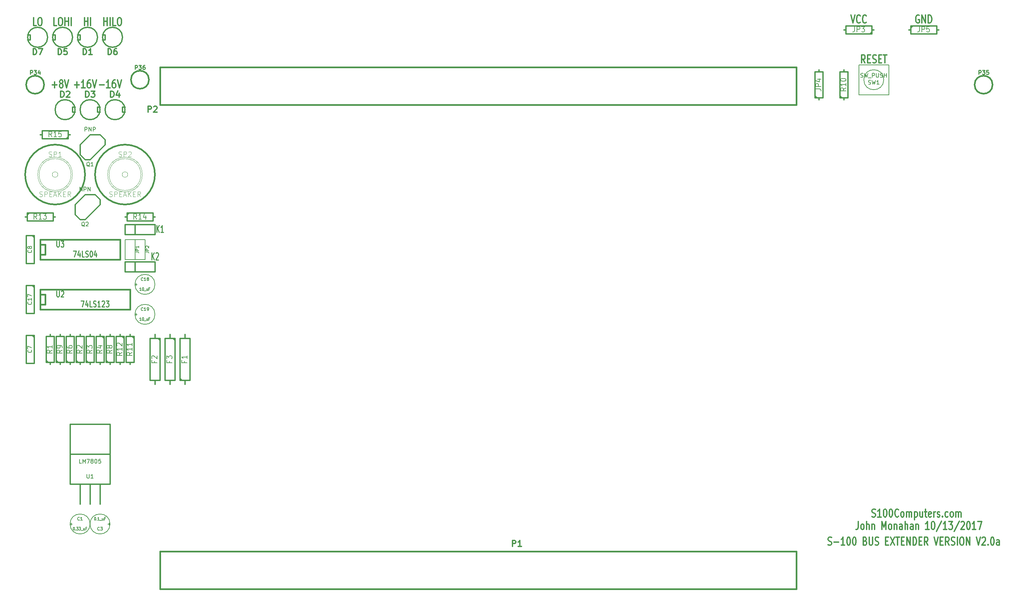
<source format=gto>
G04 (created by PCBNEW (2013-07-07 BZR 4022)-stable) date 13/10/2017 14:23:44*
%MOIN*%
G04 Gerber Fmt 3.4, Leading zero omitted, Abs format*
%FSLAX34Y34*%
G01*
G70*
G90*
G04 APERTURE LIST*
%ADD10C,0.00590551*%
%ADD11C,0.012*%
%ADD12C,0.005*%
%ADD13C,0.015*%
%ADD14C,0.006*%
%ADD15C,0.003*%
%ADD16C,0.008*%
%ADD17C,0.0075*%
%ADD18C,0.01*%
%ADD19C,0.01125*%
%ADD20C,0.0113*%
%ADD21C,0.0035*%
%ADD22C,0.0106*%
G04 APERTURE END LIST*
G54D10*
G54D11*
X86925Y-66584D02*
X87010Y-66622D01*
X87153Y-66622D01*
X87210Y-66584D01*
X87239Y-66546D01*
X87268Y-66470D01*
X87268Y-66394D01*
X87239Y-66318D01*
X87210Y-66279D01*
X87153Y-66241D01*
X87039Y-66203D01*
X86982Y-66165D01*
X86953Y-66127D01*
X86925Y-66051D01*
X86925Y-65975D01*
X86953Y-65899D01*
X86982Y-65860D01*
X87039Y-65822D01*
X87182Y-65822D01*
X87268Y-65860D01*
X87525Y-66318D02*
X87982Y-66318D01*
X88582Y-66622D02*
X88239Y-66622D01*
X88410Y-66622D02*
X88410Y-65822D01*
X88353Y-65937D01*
X88296Y-66013D01*
X88239Y-66051D01*
X88953Y-65822D02*
X89011Y-65822D01*
X89068Y-65860D01*
X89096Y-65899D01*
X89125Y-65975D01*
X89153Y-66127D01*
X89153Y-66318D01*
X89125Y-66470D01*
X89096Y-66546D01*
X89068Y-66584D01*
X89011Y-66622D01*
X88953Y-66622D01*
X88896Y-66584D01*
X88868Y-66546D01*
X88839Y-66470D01*
X88811Y-66318D01*
X88811Y-66127D01*
X88839Y-65975D01*
X88868Y-65899D01*
X88896Y-65860D01*
X88953Y-65822D01*
X89525Y-65822D02*
X89582Y-65822D01*
X89639Y-65860D01*
X89668Y-65899D01*
X89696Y-65975D01*
X89725Y-66127D01*
X89725Y-66318D01*
X89696Y-66470D01*
X89668Y-66546D01*
X89639Y-66584D01*
X89582Y-66622D01*
X89525Y-66622D01*
X89468Y-66584D01*
X89439Y-66546D01*
X89411Y-66470D01*
X89382Y-66318D01*
X89382Y-66127D01*
X89411Y-65975D01*
X89439Y-65899D01*
X89468Y-65860D01*
X89525Y-65822D01*
X90639Y-66203D02*
X90725Y-66241D01*
X90753Y-66279D01*
X90782Y-66356D01*
X90782Y-66470D01*
X90753Y-66546D01*
X90725Y-66584D01*
X90668Y-66622D01*
X90439Y-66622D01*
X90439Y-65822D01*
X90639Y-65822D01*
X90696Y-65860D01*
X90725Y-65899D01*
X90753Y-65975D01*
X90753Y-66051D01*
X90725Y-66127D01*
X90696Y-66165D01*
X90639Y-66203D01*
X90439Y-66203D01*
X91039Y-65822D02*
X91039Y-66470D01*
X91068Y-66546D01*
X91096Y-66584D01*
X91153Y-66622D01*
X91268Y-66622D01*
X91325Y-66584D01*
X91353Y-66546D01*
X91382Y-66470D01*
X91382Y-65822D01*
X91639Y-66584D02*
X91725Y-66622D01*
X91868Y-66622D01*
X91925Y-66584D01*
X91953Y-66546D01*
X91982Y-66470D01*
X91982Y-66394D01*
X91953Y-66318D01*
X91925Y-66279D01*
X91868Y-66241D01*
X91753Y-66203D01*
X91696Y-66165D01*
X91668Y-66127D01*
X91639Y-66051D01*
X91639Y-65975D01*
X91668Y-65899D01*
X91696Y-65860D01*
X91753Y-65822D01*
X91896Y-65822D01*
X91982Y-65860D01*
X92696Y-66203D02*
X92896Y-66203D01*
X92982Y-66622D02*
X92696Y-66622D01*
X92696Y-65822D01*
X92982Y-65822D01*
X93182Y-65822D02*
X93582Y-66622D01*
X93582Y-65822D02*
X93182Y-66622D01*
X93725Y-65822D02*
X94068Y-65822D01*
X93896Y-66622D02*
X93896Y-65822D01*
X94268Y-66203D02*
X94468Y-66203D01*
X94553Y-66622D02*
X94268Y-66622D01*
X94268Y-65822D01*
X94553Y-65822D01*
X94811Y-66622D02*
X94811Y-65822D01*
X95153Y-66622D01*
X95153Y-65822D01*
X95439Y-66622D02*
X95439Y-65822D01*
X95582Y-65822D01*
X95668Y-65860D01*
X95725Y-65937D01*
X95753Y-66013D01*
X95782Y-66165D01*
X95782Y-66279D01*
X95753Y-66432D01*
X95725Y-66508D01*
X95668Y-66584D01*
X95582Y-66622D01*
X95439Y-66622D01*
X96039Y-66203D02*
X96239Y-66203D01*
X96325Y-66622D02*
X96039Y-66622D01*
X96039Y-65822D01*
X96325Y-65822D01*
X96925Y-66622D02*
X96725Y-66241D01*
X96582Y-66622D02*
X96582Y-65822D01*
X96811Y-65822D01*
X96868Y-65860D01*
X96896Y-65899D01*
X96925Y-65975D01*
X96925Y-66089D01*
X96896Y-66165D01*
X96868Y-66203D01*
X96811Y-66241D01*
X96582Y-66241D01*
X97553Y-65822D02*
X97753Y-66622D01*
X97953Y-65822D01*
X98153Y-66203D02*
X98353Y-66203D01*
X98439Y-66622D02*
X98153Y-66622D01*
X98153Y-65822D01*
X98439Y-65822D01*
X99039Y-66622D02*
X98839Y-66241D01*
X98696Y-66622D02*
X98696Y-65822D01*
X98925Y-65822D01*
X98982Y-65860D01*
X99011Y-65899D01*
X99039Y-65975D01*
X99039Y-66089D01*
X99011Y-66165D01*
X98982Y-66203D01*
X98925Y-66241D01*
X98696Y-66241D01*
X99268Y-66584D02*
X99353Y-66622D01*
X99496Y-66622D01*
X99553Y-66584D01*
X99582Y-66546D01*
X99611Y-66470D01*
X99611Y-66394D01*
X99582Y-66318D01*
X99553Y-66279D01*
X99496Y-66241D01*
X99382Y-66203D01*
X99325Y-66165D01*
X99296Y-66127D01*
X99268Y-66051D01*
X99268Y-65975D01*
X99296Y-65899D01*
X99325Y-65860D01*
X99382Y-65822D01*
X99525Y-65822D01*
X99611Y-65860D01*
X99868Y-66622D02*
X99868Y-65822D01*
X100268Y-65822D02*
X100382Y-65822D01*
X100439Y-65860D01*
X100496Y-65937D01*
X100525Y-66089D01*
X100525Y-66356D01*
X100496Y-66508D01*
X100439Y-66584D01*
X100382Y-66622D01*
X100268Y-66622D01*
X100211Y-66584D01*
X100153Y-66508D01*
X100125Y-66356D01*
X100125Y-66089D01*
X100153Y-65937D01*
X100211Y-65860D01*
X100268Y-65822D01*
X100782Y-66622D02*
X100782Y-65822D01*
X101125Y-66622D01*
X101125Y-65822D01*
X101782Y-65822D02*
X101982Y-66622D01*
X102182Y-65822D01*
X102353Y-65899D02*
X102382Y-65860D01*
X102439Y-65822D01*
X102582Y-65822D01*
X102639Y-65860D01*
X102668Y-65899D01*
X102696Y-65975D01*
X102696Y-66051D01*
X102668Y-66165D01*
X102325Y-66622D01*
X102696Y-66622D01*
X102953Y-66546D02*
X102982Y-66584D01*
X102953Y-66622D01*
X102925Y-66584D01*
X102953Y-66546D01*
X102953Y-66622D01*
X103353Y-65822D02*
X103411Y-65822D01*
X103468Y-65860D01*
X103496Y-65899D01*
X103525Y-65975D01*
X103553Y-66127D01*
X103553Y-66318D01*
X103525Y-66470D01*
X103496Y-66546D01*
X103468Y-66584D01*
X103411Y-66622D01*
X103353Y-66622D01*
X103296Y-66584D01*
X103268Y-66546D01*
X103239Y-66470D01*
X103211Y-66318D01*
X103211Y-66127D01*
X103239Y-65975D01*
X103268Y-65899D01*
X103296Y-65860D01*
X103353Y-65822D01*
X104068Y-66622D02*
X104068Y-66203D01*
X104039Y-66127D01*
X103982Y-66089D01*
X103868Y-66089D01*
X103811Y-66127D01*
X104068Y-66584D02*
X104011Y-66622D01*
X103868Y-66622D01*
X103811Y-66584D01*
X103782Y-66508D01*
X103782Y-66432D01*
X103811Y-66356D01*
X103868Y-66318D01*
X104011Y-66318D01*
X104068Y-66279D01*
X90628Y-18323D02*
X90428Y-17942D01*
X90285Y-18323D02*
X90285Y-17523D01*
X90514Y-17523D01*
X90571Y-17561D01*
X90600Y-17600D01*
X90628Y-17676D01*
X90628Y-17790D01*
X90600Y-17866D01*
X90571Y-17904D01*
X90514Y-17942D01*
X90285Y-17942D01*
X90885Y-17904D02*
X91085Y-17904D01*
X91171Y-18323D02*
X90885Y-18323D01*
X90885Y-17523D01*
X91171Y-17523D01*
X91400Y-18285D02*
X91485Y-18323D01*
X91628Y-18323D01*
X91685Y-18285D01*
X91714Y-18247D01*
X91742Y-18171D01*
X91742Y-18095D01*
X91714Y-18019D01*
X91685Y-17980D01*
X91628Y-17942D01*
X91514Y-17904D01*
X91457Y-17866D01*
X91428Y-17828D01*
X91400Y-17752D01*
X91400Y-17676D01*
X91428Y-17600D01*
X91457Y-17561D01*
X91514Y-17523D01*
X91657Y-17523D01*
X91742Y-17561D01*
X92000Y-17904D02*
X92200Y-17904D01*
X92285Y-18323D02*
X92000Y-18323D01*
X92000Y-17523D01*
X92285Y-17523D01*
X92457Y-17523D02*
X92800Y-17523D01*
X92628Y-18323D02*
X92628Y-17523D01*
X96042Y-13561D02*
X95985Y-13523D01*
X95900Y-13523D01*
X95814Y-13561D01*
X95757Y-13638D01*
X95728Y-13714D01*
X95700Y-13866D01*
X95700Y-13980D01*
X95728Y-14133D01*
X95757Y-14209D01*
X95814Y-14285D01*
X95900Y-14323D01*
X95957Y-14323D01*
X96042Y-14285D01*
X96071Y-14247D01*
X96071Y-13980D01*
X95957Y-13980D01*
X96328Y-14323D02*
X96328Y-13523D01*
X96671Y-14323D01*
X96671Y-13523D01*
X96957Y-14323D02*
X96957Y-13523D01*
X97100Y-13523D01*
X97185Y-13561D01*
X97242Y-13638D01*
X97271Y-13714D01*
X97300Y-13866D01*
X97300Y-13980D01*
X97271Y-14133D01*
X97242Y-14209D01*
X97185Y-14285D01*
X97100Y-14323D01*
X96957Y-14323D01*
X89200Y-13523D02*
X89400Y-14323D01*
X89600Y-13523D01*
X90142Y-14247D02*
X90114Y-14285D01*
X90028Y-14323D01*
X89971Y-14323D01*
X89885Y-14285D01*
X89828Y-14209D01*
X89800Y-14133D01*
X89771Y-13980D01*
X89771Y-13866D01*
X89800Y-13714D01*
X89828Y-13638D01*
X89885Y-13561D01*
X89971Y-13523D01*
X90028Y-13523D01*
X90114Y-13561D01*
X90142Y-13600D01*
X90742Y-14247D02*
X90714Y-14285D01*
X90628Y-14323D01*
X90571Y-14323D01*
X90485Y-14285D01*
X90428Y-14209D01*
X90400Y-14133D01*
X90371Y-13980D01*
X90371Y-13866D01*
X90400Y-13714D01*
X90428Y-13638D01*
X90485Y-13561D01*
X90571Y-13523D01*
X90628Y-13523D01*
X90714Y-13561D01*
X90742Y-13600D01*
X13942Y-20519D02*
X14400Y-20519D01*
X15000Y-20823D02*
X14657Y-20823D01*
X14828Y-20823D02*
X14828Y-20023D01*
X14771Y-20138D01*
X14714Y-20214D01*
X14657Y-20252D01*
X15514Y-20023D02*
X15400Y-20023D01*
X15342Y-20061D01*
X15314Y-20100D01*
X15257Y-20214D01*
X15228Y-20366D01*
X15228Y-20671D01*
X15257Y-20747D01*
X15285Y-20785D01*
X15342Y-20823D01*
X15457Y-20823D01*
X15514Y-20785D01*
X15542Y-20747D01*
X15571Y-20671D01*
X15571Y-20480D01*
X15542Y-20404D01*
X15514Y-20366D01*
X15457Y-20328D01*
X15342Y-20328D01*
X15285Y-20366D01*
X15257Y-20404D01*
X15228Y-20480D01*
X15742Y-20023D02*
X15942Y-20823D01*
X16142Y-20023D01*
X11442Y-20519D02*
X11900Y-20519D01*
X11671Y-20823D02*
X11671Y-20214D01*
X12500Y-20823D02*
X12157Y-20823D01*
X12328Y-20823D02*
X12328Y-20023D01*
X12271Y-20138D01*
X12214Y-20214D01*
X12157Y-20252D01*
X13014Y-20023D02*
X12900Y-20023D01*
X12842Y-20061D01*
X12814Y-20100D01*
X12757Y-20214D01*
X12728Y-20366D01*
X12728Y-20671D01*
X12757Y-20747D01*
X12785Y-20785D01*
X12842Y-20823D01*
X12957Y-20823D01*
X13014Y-20785D01*
X13042Y-20747D01*
X13071Y-20671D01*
X13071Y-20480D01*
X13042Y-20404D01*
X13014Y-20366D01*
X12957Y-20328D01*
X12842Y-20328D01*
X12785Y-20366D01*
X12757Y-20404D01*
X12728Y-20480D01*
X13242Y-20023D02*
X13442Y-20823D01*
X13642Y-20023D01*
X9228Y-20519D02*
X9685Y-20519D01*
X9457Y-20823D02*
X9457Y-20214D01*
X10057Y-20366D02*
X10000Y-20328D01*
X9971Y-20290D01*
X9942Y-20214D01*
X9942Y-20176D01*
X9971Y-20100D01*
X10000Y-20061D01*
X10057Y-20023D01*
X10171Y-20023D01*
X10228Y-20061D01*
X10257Y-20100D01*
X10285Y-20176D01*
X10285Y-20214D01*
X10257Y-20290D01*
X10228Y-20328D01*
X10171Y-20366D01*
X10057Y-20366D01*
X10000Y-20404D01*
X9971Y-20442D01*
X9942Y-20519D01*
X9942Y-20671D01*
X9971Y-20747D01*
X10000Y-20785D01*
X10057Y-20823D01*
X10171Y-20823D01*
X10228Y-20785D01*
X10257Y-20747D01*
X10285Y-20671D01*
X10285Y-20519D01*
X10257Y-20442D01*
X10228Y-20404D01*
X10171Y-20366D01*
X10457Y-20023D02*
X10657Y-20823D01*
X10857Y-20023D01*
X14378Y-14573D02*
X14378Y-13773D01*
X14378Y-14154D02*
X14721Y-14154D01*
X14721Y-14573D02*
X14721Y-13773D01*
X15007Y-14573D02*
X15007Y-13773D01*
X15578Y-14573D02*
X15292Y-14573D01*
X15292Y-13773D01*
X15892Y-13773D02*
X16007Y-13773D01*
X16064Y-13811D01*
X16121Y-13888D01*
X16150Y-14040D01*
X16150Y-14307D01*
X16121Y-14459D01*
X16064Y-14535D01*
X16007Y-14573D01*
X15892Y-14573D01*
X15835Y-14535D01*
X15778Y-14459D01*
X15750Y-14307D01*
X15750Y-14040D01*
X15778Y-13888D01*
X15835Y-13811D01*
X15892Y-13773D01*
X9664Y-14573D02*
X9378Y-14573D01*
X9378Y-13773D01*
X9978Y-13773D02*
X10092Y-13773D01*
X10150Y-13811D01*
X10207Y-13888D01*
X10235Y-14040D01*
X10235Y-14307D01*
X10207Y-14459D01*
X10150Y-14535D01*
X10092Y-14573D01*
X9978Y-14573D01*
X9921Y-14535D01*
X9864Y-14459D01*
X9835Y-14307D01*
X9835Y-14040D01*
X9864Y-13888D01*
X9921Y-13811D01*
X9978Y-13773D01*
X10492Y-14573D02*
X10492Y-13773D01*
X10492Y-14154D02*
X10835Y-14154D01*
X10835Y-14573D02*
X10835Y-13773D01*
X11121Y-14573D02*
X11121Y-13773D01*
X7621Y-14573D02*
X7335Y-14573D01*
X7335Y-13773D01*
X7935Y-13773D02*
X8050Y-13773D01*
X8107Y-13811D01*
X8164Y-13888D01*
X8192Y-14040D01*
X8192Y-14307D01*
X8164Y-14459D01*
X8107Y-14535D01*
X8050Y-14573D01*
X7935Y-14573D01*
X7878Y-14535D01*
X7821Y-14459D01*
X7792Y-14307D01*
X7792Y-14040D01*
X7821Y-13888D01*
X7878Y-13811D01*
X7935Y-13773D01*
X12435Y-14573D02*
X12435Y-13773D01*
X12435Y-14154D02*
X12778Y-14154D01*
X12778Y-14573D02*
X12778Y-13773D01*
X13064Y-14573D02*
X13064Y-13773D01*
X91324Y-63764D02*
X91409Y-63802D01*
X91552Y-63802D01*
X91609Y-63764D01*
X91638Y-63726D01*
X91666Y-63650D01*
X91666Y-63574D01*
X91638Y-63498D01*
X91609Y-63459D01*
X91552Y-63421D01*
X91438Y-63383D01*
X91381Y-63345D01*
X91352Y-63307D01*
X91324Y-63231D01*
X91324Y-63155D01*
X91352Y-63079D01*
X91381Y-63040D01*
X91438Y-63002D01*
X91581Y-63002D01*
X91666Y-63040D01*
X92238Y-63802D02*
X91895Y-63802D01*
X92066Y-63802D02*
X92066Y-63002D01*
X92009Y-63117D01*
X91952Y-63193D01*
X91895Y-63231D01*
X92609Y-63002D02*
X92666Y-63002D01*
X92724Y-63040D01*
X92752Y-63079D01*
X92781Y-63155D01*
X92809Y-63307D01*
X92809Y-63498D01*
X92781Y-63650D01*
X92752Y-63726D01*
X92724Y-63764D01*
X92666Y-63802D01*
X92609Y-63802D01*
X92552Y-63764D01*
X92524Y-63726D01*
X92495Y-63650D01*
X92466Y-63498D01*
X92466Y-63307D01*
X92495Y-63155D01*
X92524Y-63079D01*
X92552Y-63040D01*
X92609Y-63002D01*
X93181Y-63002D02*
X93238Y-63002D01*
X93295Y-63040D01*
X93324Y-63079D01*
X93352Y-63155D01*
X93381Y-63307D01*
X93381Y-63498D01*
X93352Y-63650D01*
X93324Y-63726D01*
X93295Y-63764D01*
X93238Y-63802D01*
X93181Y-63802D01*
X93124Y-63764D01*
X93095Y-63726D01*
X93066Y-63650D01*
X93038Y-63498D01*
X93038Y-63307D01*
X93066Y-63155D01*
X93095Y-63079D01*
X93124Y-63040D01*
X93181Y-63002D01*
X93981Y-63726D02*
X93952Y-63764D01*
X93866Y-63802D01*
X93809Y-63802D01*
X93724Y-63764D01*
X93666Y-63688D01*
X93638Y-63612D01*
X93609Y-63459D01*
X93609Y-63345D01*
X93638Y-63193D01*
X93666Y-63117D01*
X93724Y-63040D01*
X93809Y-63002D01*
X93866Y-63002D01*
X93952Y-63040D01*
X93981Y-63079D01*
X94324Y-63802D02*
X94266Y-63764D01*
X94238Y-63726D01*
X94209Y-63650D01*
X94209Y-63421D01*
X94238Y-63345D01*
X94266Y-63307D01*
X94324Y-63269D01*
X94409Y-63269D01*
X94466Y-63307D01*
X94495Y-63345D01*
X94524Y-63421D01*
X94524Y-63650D01*
X94495Y-63726D01*
X94466Y-63764D01*
X94409Y-63802D01*
X94324Y-63802D01*
X94781Y-63802D02*
X94781Y-63269D01*
X94781Y-63345D02*
X94809Y-63307D01*
X94866Y-63269D01*
X94952Y-63269D01*
X95009Y-63307D01*
X95038Y-63383D01*
X95038Y-63802D01*
X95038Y-63383D02*
X95066Y-63307D01*
X95124Y-63269D01*
X95209Y-63269D01*
X95266Y-63307D01*
X95295Y-63383D01*
X95295Y-63802D01*
X95581Y-63269D02*
X95581Y-64069D01*
X95581Y-63307D02*
X95638Y-63269D01*
X95752Y-63269D01*
X95809Y-63307D01*
X95838Y-63345D01*
X95866Y-63421D01*
X95866Y-63650D01*
X95838Y-63726D01*
X95809Y-63764D01*
X95752Y-63802D01*
X95638Y-63802D01*
X95581Y-63764D01*
X96381Y-63269D02*
X96381Y-63802D01*
X96124Y-63269D02*
X96124Y-63688D01*
X96152Y-63764D01*
X96209Y-63802D01*
X96295Y-63802D01*
X96352Y-63764D01*
X96381Y-63726D01*
X96581Y-63269D02*
X96809Y-63269D01*
X96666Y-63002D02*
X96666Y-63688D01*
X96695Y-63764D01*
X96752Y-63802D01*
X96809Y-63802D01*
X97238Y-63764D02*
X97181Y-63802D01*
X97066Y-63802D01*
X97009Y-63764D01*
X96981Y-63688D01*
X96981Y-63383D01*
X97009Y-63307D01*
X97066Y-63269D01*
X97181Y-63269D01*
X97238Y-63307D01*
X97266Y-63383D01*
X97266Y-63459D01*
X96981Y-63536D01*
X97524Y-63802D02*
X97524Y-63269D01*
X97524Y-63421D02*
X97552Y-63345D01*
X97581Y-63307D01*
X97638Y-63269D01*
X97695Y-63269D01*
X97866Y-63764D02*
X97924Y-63802D01*
X98038Y-63802D01*
X98095Y-63764D01*
X98124Y-63688D01*
X98124Y-63650D01*
X98095Y-63574D01*
X98038Y-63536D01*
X97952Y-63536D01*
X97895Y-63498D01*
X97866Y-63421D01*
X97866Y-63383D01*
X97895Y-63307D01*
X97952Y-63269D01*
X98038Y-63269D01*
X98095Y-63307D01*
X98381Y-63726D02*
X98409Y-63764D01*
X98381Y-63802D01*
X98352Y-63764D01*
X98381Y-63726D01*
X98381Y-63802D01*
X98924Y-63764D02*
X98866Y-63802D01*
X98752Y-63802D01*
X98695Y-63764D01*
X98666Y-63726D01*
X98638Y-63650D01*
X98638Y-63421D01*
X98666Y-63345D01*
X98695Y-63307D01*
X98752Y-63269D01*
X98866Y-63269D01*
X98924Y-63307D01*
X99266Y-63802D02*
X99209Y-63764D01*
X99181Y-63726D01*
X99152Y-63650D01*
X99152Y-63421D01*
X99181Y-63345D01*
X99209Y-63307D01*
X99266Y-63269D01*
X99352Y-63269D01*
X99409Y-63307D01*
X99438Y-63345D01*
X99466Y-63421D01*
X99466Y-63650D01*
X99438Y-63726D01*
X99409Y-63764D01*
X99352Y-63802D01*
X99266Y-63802D01*
X99724Y-63802D02*
X99724Y-63269D01*
X99724Y-63345D02*
X99752Y-63307D01*
X99809Y-63269D01*
X99895Y-63269D01*
X99952Y-63307D01*
X99981Y-63383D01*
X99981Y-63802D01*
X99981Y-63383D02*
X100009Y-63307D01*
X100066Y-63269D01*
X100152Y-63269D01*
X100209Y-63307D01*
X100238Y-63383D01*
X100238Y-63802D01*
X89952Y-64242D02*
X89952Y-64814D01*
X89923Y-64928D01*
X89866Y-65004D01*
X89781Y-65042D01*
X89723Y-65042D01*
X90323Y-65042D02*
X90266Y-65004D01*
X90238Y-64966D01*
X90209Y-64890D01*
X90209Y-64661D01*
X90238Y-64585D01*
X90266Y-64547D01*
X90323Y-64509D01*
X90409Y-64509D01*
X90466Y-64547D01*
X90495Y-64585D01*
X90523Y-64661D01*
X90523Y-64890D01*
X90495Y-64966D01*
X90466Y-65004D01*
X90409Y-65042D01*
X90323Y-65042D01*
X90781Y-65042D02*
X90781Y-64242D01*
X91038Y-65042D02*
X91038Y-64623D01*
X91009Y-64547D01*
X90952Y-64509D01*
X90866Y-64509D01*
X90809Y-64547D01*
X90781Y-64585D01*
X91323Y-64509D02*
X91323Y-65042D01*
X91323Y-64585D02*
X91352Y-64547D01*
X91409Y-64509D01*
X91495Y-64509D01*
X91552Y-64547D01*
X91581Y-64623D01*
X91581Y-65042D01*
X92323Y-65042D02*
X92323Y-64242D01*
X92523Y-64814D01*
X92723Y-64242D01*
X92723Y-65042D01*
X93095Y-65042D02*
X93038Y-65004D01*
X93009Y-64966D01*
X92981Y-64890D01*
X92981Y-64661D01*
X93009Y-64585D01*
X93038Y-64547D01*
X93095Y-64509D01*
X93181Y-64509D01*
X93238Y-64547D01*
X93266Y-64585D01*
X93295Y-64661D01*
X93295Y-64890D01*
X93266Y-64966D01*
X93238Y-65004D01*
X93181Y-65042D01*
X93095Y-65042D01*
X93552Y-64509D02*
X93552Y-65042D01*
X93552Y-64585D02*
X93581Y-64547D01*
X93638Y-64509D01*
X93723Y-64509D01*
X93781Y-64547D01*
X93809Y-64623D01*
X93809Y-65042D01*
X94352Y-65042D02*
X94352Y-64623D01*
X94323Y-64547D01*
X94266Y-64509D01*
X94152Y-64509D01*
X94095Y-64547D01*
X94352Y-65004D02*
X94295Y-65042D01*
X94152Y-65042D01*
X94095Y-65004D01*
X94066Y-64928D01*
X94066Y-64852D01*
X94095Y-64776D01*
X94152Y-64738D01*
X94295Y-64738D01*
X94352Y-64699D01*
X94638Y-65042D02*
X94638Y-64242D01*
X94895Y-65042D02*
X94895Y-64623D01*
X94866Y-64547D01*
X94809Y-64509D01*
X94723Y-64509D01*
X94666Y-64547D01*
X94638Y-64585D01*
X95438Y-65042D02*
X95438Y-64623D01*
X95409Y-64547D01*
X95352Y-64509D01*
X95238Y-64509D01*
X95181Y-64547D01*
X95438Y-65004D02*
X95381Y-65042D01*
X95238Y-65042D01*
X95181Y-65004D01*
X95152Y-64928D01*
X95152Y-64852D01*
X95181Y-64776D01*
X95238Y-64738D01*
X95381Y-64738D01*
X95438Y-64699D01*
X95723Y-64509D02*
X95723Y-65042D01*
X95723Y-64585D02*
X95752Y-64547D01*
X95809Y-64509D01*
X95895Y-64509D01*
X95952Y-64547D01*
X95981Y-64623D01*
X95981Y-65042D01*
X97038Y-65042D02*
X96695Y-65042D01*
X96866Y-65042D02*
X96866Y-64242D01*
X96809Y-64357D01*
X96752Y-64433D01*
X96695Y-64471D01*
X97409Y-64242D02*
X97466Y-64242D01*
X97523Y-64280D01*
X97552Y-64319D01*
X97581Y-64395D01*
X97609Y-64547D01*
X97609Y-64738D01*
X97581Y-64890D01*
X97552Y-64966D01*
X97523Y-65004D01*
X97466Y-65042D01*
X97409Y-65042D01*
X97352Y-65004D01*
X97323Y-64966D01*
X97295Y-64890D01*
X97266Y-64738D01*
X97266Y-64547D01*
X97295Y-64395D01*
X97323Y-64319D01*
X97352Y-64280D01*
X97409Y-64242D01*
X98295Y-64204D02*
X97781Y-65233D01*
X98809Y-65042D02*
X98466Y-65042D01*
X98638Y-65042D02*
X98638Y-64242D01*
X98581Y-64357D01*
X98523Y-64433D01*
X98466Y-64471D01*
X99009Y-64242D02*
X99381Y-64242D01*
X99181Y-64547D01*
X99266Y-64547D01*
X99323Y-64585D01*
X99352Y-64623D01*
X99381Y-64699D01*
X99381Y-64890D01*
X99352Y-64966D01*
X99323Y-65004D01*
X99266Y-65042D01*
X99095Y-65042D01*
X99038Y-65004D01*
X99009Y-64966D01*
X100066Y-64204D02*
X99552Y-65233D01*
X100238Y-64319D02*
X100266Y-64280D01*
X100323Y-64242D01*
X100466Y-64242D01*
X100523Y-64280D01*
X100552Y-64319D01*
X100581Y-64395D01*
X100581Y-64471D01*
X100552Y-64585D01*
X100209Y-65042D01*
X100581Y-65042D01*
X100952Y-64242D02*
X101009Y-64242D01*
X101066Y-64280D01*
X101095Y-64319D01*
X101123Y-64395D01*
X101152Y-64547D01*
X101152Y-64738D01*
X101123Y-64890D01*
X101095Y-64966D01*
X101066Y-65004D01*
X101009Y-65042D01*
X100952Y-65042D01*
X100895Y-65004D01*
X100866Y-64966D01*
X100838Y-64890D01*
X100809Y-64738D01*
X100809Y-64547D01*
X100838Y-64395D01*
X100866Y-64319D01*
X100895Y-64280D01*
X100952Y-64242D01*
X101724Y-65042D02*
X101381Y-65042D01*
X101552Y-65042D02*
X101552Y-64242D01*
X101495Y-64357D01*
X101438Y-64433D01*
X101381Y-64471D01*
X101924Y-64242D02*
X102324Y-64242D01*
X102066Y-65042D01*
G54D12*
X92500Y-20000D02*
G75*
G03X92500Y-20000I-1000J0D01*
G74*
G01*
X93000Y-21500D02*
X90000Y-21500D01*
X90000Y-21500D02*
X90000Y-18500D01*
X90000Y-18500D02*
X93000Y-18500D01*
X93000Y-21500D02*
X93000Y-18500D01*
G54D11*
X12000Y-62500D02*
X12000Y-60500D01*
X13000Y-62500D02*
X13000Y-60500D01*
X14000Y-62500D02*
X14000Y-60500D01*
X15000Y-60500D02*
X15000Y-54500D01*
X15000Y-54500D02*
X11000Y-54500D01*
X11000Y-54500D02*
X11000Y-60500D01*
X11000Y-60500D02*
X15000Y-60500D01*
X14500Y-57500D02*
X11000Y-57500D01*
X14500Y-57500D02*
X15000Y-57500D01*
G54D12*
X13001Y-64500D02*
G75*
G03X13001Y-64500I-1001J0D01*
G74*
G01*
X15001Y-64500D02*
G75*
G03X15001Y-64500I-1001J0D01*
G74*
G01*
G54D13*
X8400Y-20500D02*
G75*
G03X8400Y-20500I-900J0D01*
G74*
G01*
X103400Y-20500D02*
G75*
G03X103400Y-20500I-900J0D01*
G74*
G01*
X83750Y-67250D02*
X83750Y-71000D01*
X83750Y-71000D02*
X20000Y-71000D01*
X20000Y-71000D02*
X20000Y-67250D01*
X20000Y-67250D02*
X83750Y-67250D01*
G54D11*
X7400Y-35600D02*
X7400Y-38400D01*
X7400Y-38400D02*
X6600Y-38400D01*
X6600Y-38400D02*
X6600Y-35600D01*
X6600Y-35600D02*
X7400Y-35600D01*
X7200Y-35600D02*
X7400Y-35800D01*
X7400Y-45600D02*
X7400Y-48400D01*
X7400Y-48400D02*
X6600Y-48400D01*
X6600Y-48400D02*
X6600Y-45600D01*
X6600Y-45600D02*
X7400Y-45600D01*
X7200Y-45600D02*
X7400Y-45800D01*
X7400Y-40600D02*
X7400Y-43400D01*
X7400Y-43400D02*
X6600Y-43400D01*
X6600Y-43400D02*
X6600Y-40600D01*
X6600Y-40600D02*
X7400Y-40600D01*
X7200Y-40600D02*
X7400Y-40800D01*
G54D13*
X83750Y-18750D02*
X83750Y-22500D01*
X83750Y-22500D02*
X20000Y-22500D01*
X20000Y-22500D02*
X20000Y-18750D01*
X20000Y-18750D02*
X83750Y-18750D01*
X8000Y-36000D02*
X16000Y-36000D01*
X16000Y-38000D02*
X8000Y-38000D01*
X8000Y-38000D02*
X8000Y-36000D01*
X8000Y-36500D02*
X8500Y-36500D01*
X8500Y-36500D02*
X8500Y-37500D01*
X8500Y-37500D02*
X8000Y-37500D01*
X16000Y-36000D02*
X16000Y-38000D01*
X8000Y-41500D02*
X8000Y-41500D01*
X8000Y-41500D02*
X8500Y-41500D01*
X8500Y-41500D02*
X8500Y-42500D01*
X8500Y-42500D02*
X8000Y-42500D01*
X8000Y-41000D02*
X17000Y-41000D01*
X17000Y-41000D02*
X17000Y-43000D01*
X17000Y-43000D02*
X8000Y-43000D01*
X8000Y-43000D02*
X8000Y-41000D01*
X18900Y-20000D02*
G75*
G03X18900Y-20000I-900J0D01*
G74*
G01*
G54D12*
X19501Y-43500D02*
G75*
G03X19501Y-43500I-1001J0D01*
G74*
G01*
X19501Y-40500D02*
G75*
G03X19501Y-40500I-1001J0D01*
G74*
G01*
G54D11*
X8750Y-15750D02*
G75*
G03X8750Y-15750I-1000J0D01*
G74*
G01*
X6750Y-16000D02*
X7000Y-16000D01*
X7000Y-16000D02*
X7000Y-15500D01*
X7000Y-15500D02*
X6750Y-15500D01*
X11500Y-23000D02*
G75*
G03X11500Y-23000I-1000J0D01*
G74*
G01*
X11500Y-22750D02*
X11250Y-22750D01*
X11250Y-22750D02*
X11250Y-23250D01*
X11250Y-23250D02*
X11500Y-23250D01*
X14000Y-23000D02*
G75*
G03X14000Y-23000I-1000J0D01*
G74*
G01*
X14000Y-22750D02*
X13750Y-22750D01*
X13750Y-22750D02*
X13750Y-23250D01*
X13750Y-23250D02*
X14000Y-23250D01*
X16500Y-23000D02*
G75*
G03X16500Y-23000I-1000J0D01*
G74*
G01*
X16500Y-22750D02*
X16250Y-22750D01*
X16250Y-22750D02*
X16250Y-23250D01*
X16250Y-23250D02*
X16500Y-23250D01*
X11250Y-15750D02*
G75*
G03X11250Y-15750I-1000J0D01*
G74*
G01*
X9250Y-16000D02*
X9500Y-16000D01*
X9500Y-16000D02*
X9500Y-15500D01*
X9500Y-15500D02*
X9250Y-15500D01*
X16250Y-15750D02*
G75*
G03X16250Y-15750I-1000J0D01*
G74*
G01*
X14250Y-16000D02*
X14500Y-16000D01*
X14500Y-16000D02*
X14500Y-15500D01*
X14500Y-15500D02*
X14250Y-15500D01*
X13750Y-15750D02*
G75*
G03X13750Y-15750I-1000J0D01*
G74*
G01*
X11750Y-16000D02*
X12000Y-16000D01*
X12000Y-16000D02*
X12000Y-15500D01*
X12000Y-15500D02*
X11750Y-15500D01*
G54D14*
X17500Y-36000D02*
X18500Y-36000D01*
X18500Y-36000D02*
X18500Y-38000D01*
X18500Y-38000D02*
X17500Y-38000D01*
X17500Y-38000D02*
X17500Y-36000D01*
X16500Y-36000D02*
X17500Y-36000D01*
X17500Y-36000D02*
X17500Y-38000D01*
X17500Y-38000D02*
X16500Y-38000D01*
X16500Y-38000D02*
X16500Y-36000D01*
G54D11*
X15000Y-48500D02*
X15000Y-48300D01*
X15000Y-45500D02*
X15000Y-45700D01*
X15000Y-45700D02*
X14600Y-45700D01*
X14600Y-45700D02*
X14600Y-48300D01*
X14600Y-48300D02*
X15400Y-48300D01*
X15400Y-48300D02*
X15400Y-45700D01*
X15400Y-45700D02*
X15000Y-45700D01*
X14800Y-48300D02*
X14600Y-48100D01*
X13000Y-48500D02*
X13000Y-48300D01*
X13000Y-45500D02*
X13000Y-45700D01*
X13000Y-45700D02*
X12600Y-45700D01*
X12600Y-45700D02*
X12600Y-48300D01*
X12600Y-48300D02*
X13400Y-48300D01*
X13400Y-48300D02*
X13400Y-45700D01*
X13400Y-45700D02*
X13000Y-45700D01*
X12800Y-48300D02*
X12600Y-48100D01*
X14000Y-45500D02*
X14000Y-45700D01*
X14000Y-48500D02*
X14000Y-48300D01*
X14000Y-48300D02*
X14400Y-48300D01*
X14400Y-48300D02*
X14400Y-45700D01*
X14400Y-45700D02*
X13600Y-45700D01*
X13600Y-45700D02*
X13600Y-48300D01*
X13600Y-48300D02*
X14000Y-48300D01*
X14200Y-45700D02*
X14400Y-45900D01*
X12000Y-48500D02*
X12000Y-48300D01*
X12000Y-45500D02*
X12000Y-45700D01*
X12000Y-45700D02*
X11600Y-45700D01*
X11600Y-45700D02*
X11600Y-48300D01*
X11600Y-48300D02*
X12400Y-48300D01*
X12400Y-48300D02*
X12400Y-45700D01*
X12400Y-45700D02*
X12000Y-45700D01*
X11800Y-48300D02*
X11600Y-48100D01*
X11000Y-48500D02*
X11000Y-48300D01*
X11000Y-45500D02*
X11000Y-45700D01*
X11000Y-45700D02*
X10600Y-45700D01*
X10600Y-45700D02*
X10600Y-48300D01*
X10600Y-48300D02*
X11400Y-48300D01*
X11400Y-48300D02*
X11400Y-45700D01*
X11400Y-45700D02*
X11000Y-45700D01*
X10800Y-48300D02*
X10600Y-48100D01*
X10000Y-48500D02*
X10000Y-48300D01*
X10000Y-45500D02*
X10000Y-45700D01*
X10000Y-45700D02*
X9600Y-45700D01*
X9600Y-45700D02*
X9600Y-48300D01*
X9600Y-48300D02*
X10400Y-48300D01*
X10400Y-48300D02*
X10400Y-45700D01*
X10400Y-45700D02*
X10000Y-45700D01*
X9800Y-48300D02*
X9600Y-48100D01*
X9000Y-48500D02*
X9000Y-48300D01*
X9000Y-45500D02*
X9000Y-45700D01*
X9000Y-45700D02*
X8600Y-45700D01*
X8600Y-45700D02*
X8600Y-48300D01*
X8600Y-48300D02*
X9400Y-48300D01*
X9400Y-48300D02*
X9400Y-45700D01*
X9400Y-45700D02*
X9000Y-45700D01*
X8800Y-48300D02*
X8600Y-48100D01*
G54D13*
X12500Y-29500D02*
G75*
G03X12500Y-29500I-3000J0D01*
G74*
G01*
G54D15*
X11090Y-29500D02*
G75*
G03X11090Y-29500I-1590J0D01*
G74*
G01*
X11232Y-29500D02*
G75*
G03X11232Y-29500I-1732J0D01*
G74*
G01*
X9782Y-29500D02*
G75*
G03X9782Y-29500I-282J0D01*
G74*
G01*
G54D13*
X19500Y-29500D02*
G75*
G03X19500Y-29500I-3000J0D01*
G74*
G01*
G54D15*
X18090Y-29500D02*
G75*
G03X18090Y-29500I-1590J0D01*
G74*
G01*
X18232Y-29500D02*
G75*
G03X18232Y-29500I-1732J0D01*
G74*
G01*
X16782Y-29500D02*
G75*
G03X16782Y-29500I-282J0D01*
G74*
G01*
G54D11*
X88500Y-22000D02*
X88500Y-21800D01*
X88500Y-19000D02*
X88500Y-19200D01*
X88500Y-19200D02*
X88100Y-19200D01*
X88100Y-19200D02*
X88100Y-21800D01*
X88100Y-21800D02*
X88900Y-21800D01*
X88900Y-21800D02*
X88900Y-19200D01*
X88900Y-19200D02*
X88500Y-19200D01*
X88300Y-21800D02*
X88100Y-21600D01*
X21000Y-45500D02*
X21000Y-45900D01*
X21000Y-50500D02*
X21000Y-50100D01*
X21500Y-50100D02*
X20500Y-50100D01*
X20500Y-50100D02*
X20500Y-45900D01*
X20500Y-45900D02*
X21500Y-45900D01*
X21500Y-45900D02*
X21500Y-50100D01*
X21300Y-45900D02*
X21500Y-46100D01*
X19500Y-45500D02*
X19500Y-45900D01*
X19500Y-50500D02*
X19500Y-50100D01*
X20000Y-50100D02*
X19000Y-50100D01*
X19000Y-50100D02*
X19000Y-45900D01*
X19000Y-45900D02*
X20000Y-45900D01*
X20000Y-45900D02*
X20000Y-50100D01*
X19800Y-45900D02*
X20000Y-46100D01*
X22500Y-50500D02*
X22500Y-50100D01*
X22500Y-45500D02*
X22500Y-45900D01*
X22000Y-45900D02*
X23000Y-45900D01*
X23000Y-45900D02*
X23000Y-50100D01*
X23000Y-50100D02*
X22000Y-50100D01*
X22000Y-50100D02*
X22000Y-45900D01*
X22200Y-50100D02*
X22000Y-49900D01*
X86000Y-22000D02*
X86000Y-21800D01*
X86000Y-19000D02*
X86000Y-19200D01*
X86000Y-19200D02*
X85600Y-19200D01*
X85600Y-19200D02*
X85600Y-21800D01*
X85600Y-21800D02*
X86400Y-21800D01*
X86400Y-21800D02*
X86400Y-19200D01*
X86400Y-19200D02*
X86000Y-19200D01*
X85800Y-21800D02*
X85600Y-21600D01*
X91500Y-15000D02*
X91300Y-15000D01*
X88500Y-15000D02*
X88700Y-15000D01*
X88700Y-15000D02*
X88700Y-15400D01*
X88700Y-15400D02*
X91300Y-15400D01*
X91300Y-15400D02*
X91300Y-14600D01*
X91300Y-14600D02*
X88700Y-14600D01*
X88700Y-14600D02*
X88700Y-15000D01*
X91300Y-15200D02*
X91100Y-15400D01*
X95000Y-15000D02*
X95200Y-15000D01*
X98000Y-15000D02*
X97800Y-15000D01*
X97800Y-15000D02*
X97800Y-14600D01*
X97800Y-14600D02*
X95200Y-14600D01*
X95200Y-14600D02*
X95200Y-15400D01*
X95200Y-15400D02*
X97800Y-15400D01*
X97800Y-15400D02*
X97800Y-15000D01*
X95200Y-14800D02*
X95400Y-14600D01*
X17000Y-45500D02*
X17000Y-45700D01*
X17000Y-48500D02*
X17000Y-48300D01*
X17000Y-48300D02*
X17400Y-48300D01*
X17400Y-48300D02*
X17400Y-45700D01*
X17400Y-45700D02*
X16600Y-45700D01*
X16600Y-45700D02*
X16600Y-48300D01*
X16600Y-48300D02*
X17000Y-48300D01*
X17200Y-45700D02*
X17400Y-45900D01*
X16000Y-45500D02*
X16000Y-45700D01*
X16000Y-48500D02*
X16000Y-48300D01*
X16000Y-48300D02*
X16400Y-48300D01*
X16400Y-48300D02*
X16400Y-45700D01*
X16400Y-45700D02*
X15600Y-45700D01*
X15600Y-45700D02*
X15600Y-48300D01*
X15600Y-48300D02*
X16000Y-48300D01*
X16200Y-45700D02*
X16400Y-45900D01*
X11000Y-25500D02*
X10800Y-25500D01*
X8000Y-25500D02*
X8200Y-25500D01*
X8200Y-25500D02*
X8200Y-25900D01*
X8200Y-25900D02*
X10800Y-25900D01*
X10800Y-25900D02*
X10800Y-25100D01*
X10800Y-25100D02*
X8200Y-25100D01*
X8200Y-25100D02*
X8200Y-25500D01*
X10800Y-25700D02*
X10600Y-25900D01*
X12500Y-34000D02*
X14000Y-32500D01*
X14000Y-32500D02*
X14000Y-32000D01*
X14000Y-32000D02*
X13500Y-31500D01*
X13500Y-31500D02*
X12500Y-31500D01*
X12500Y-31500D02*
X11500Y-32500D01*
X11500Y-32500D02*
X11500Y-33500D01*
X11500Y-33500D02*
X12000Y-34000D01*
X12000Y-34000D02*
X12500Y-34000D01*
X6500Y-33750D02*
X6700Y-33750D01*
X9500Y-33750D02*
X9300Y-33750D01*
X9300Y-33750D02*
X9300Y-33350D01*
X9300Y-33350D02*
X6700Y-33350D01*
X6700Y-33350D02*
X6700Y-34150D01*
X6700Y-34150D02*
X9300Y-34150D01*
X9300Y-34150D02*
X9300Y-33750D01*
X6700Y-33550D02*
X6900Y-33350D01*
X16500Y-33750D02*
X16700Y-33750D01*
X19500Y-33750D02*
X19300Y-33750D01*
X19300Y-33750D02*
X19300Y-33350D01*
X19300Y-33350D02*
X16700Y-33350D01*
X16700Y-33350D02*
X16700Y-34150D01*
X16700Y-34150D02*
X19300Y-34150D01*
X19300Y-34150D02*
X19300Y-33750D01*
X16700Y-33550D02*
X16900Y-33350D01*
X16500Y-35500D02*
X16500Y-34500D01*
X16500Y-34500D02*
X19500Y-34500D01*
X19500Y-34500D02*
X19500Y-35500D01*
X19500Y-35500D02*
X16500Y-35500D01*
X17500Y-34500D02*
X17500Y-35500D01*
X16500Y-39250D02*
X16500Y-38250D01*
X16500Y-38250D02*
X19500Y-38250D01*
X19500Y-38250D02*
X19500Y-39250D01*
X19500Y-39250D02*
X16500Y-39250D01*
X17500Y-38250D02*
X17500Y-39250D01*
X13000Y-28000D02*
X14500Y-26500D01*
X14500Y-26500D02*
X14500Y-26000D01*
X14500Y-26000D02*
X14000Y-25500D01*
X14000Y-25500D02*
X13000Y-25500D01*
X13000Y-25500D02*
X12000Y-26500D01*
X12000Y-26500D02*
X12000Y-27500D01*
X12000Y-27500D02*
X12500Y-28000D01*
X12500Y-28000D02*
X13000Y-28000D01*
G54D16*
X90966Y-20442D02*
X91023Y-20461D01*
X91119Y-20461D01*
X91157Y-20442D01*
X91176Y-20423D01*
X91195Y-20385D01*
X91195Y-20347D01*
X91176Y-20309D01*
X91157Y-20290D01*
X91119Y-20271D01*
X91042Y-20252D01*
X91004Y-20233D01*
X90985Y-20214D01*
X90966Y-20176D01*
X90966Y-20138D01*
X90985Y-20100D01*
X91004Y-20080D01*
X91042Y-20061D01*
X91138Y-20061D01*
X91195Y-20080D01*
X91328Y-20061D02*
X91423Y-20461D01*
X91500Y-20176D01*
X91576Y-20461D01*
X91671Y-20061D01*
X92033Y-20461D02*
X91804Y-20461D01*
X91919Y-20461D02*
X91919Y-20061D01*
X91880Y-20119D01*
X91842Y-20157D01*
X91804Y-20176D01*
X90195Y-19742D02*
X90252Y-19761D01*
X90347Y-19761D01*
X90385Y-19742D01*
X90404Y-19723D01*
X90423Y-19685D01*
X90423Y-19647D01*
X90404Y-19609D01*
X90385Y-19590D01*
X90347Y-19571D01*
X90271Y-19552D01*
X90233Y-19533D01*
X90214Y-19514D01*
X90195Y-19476D01*
X90195Y-19438D01*
X90214Y-19400D01*
X90233Y-19380D01*
X90271Y-19361D01*
X90366Y-19361D01*
X90423Y-19380D01*
X90557Y-19361D02*
X90652Y-19761D01*
X90728Y-19476D01*
X90804Y-19761D01*
X90900Y-19361D01*
X90957Y-19800D02*
X91261Y-19800D01*
X91357Y-19761D02*
X91357Y-19361D01*
X91509Y-19361D01*
X91547Y-19380D01*
X91566Y-19400D01*
X91585Y-19438D01*
X91585Y-19495D01*
X91566Y-19533D01*
X91547Y-19552D01*
X91509Y-19571D01*
X91357Y-19571D01*
X91757Y-19361D02*
X91757Y-19685D01*
X91776Y-19723D01*
X91795Y-19742D01*
X91833Y-19761D01*
X91909Y-19761D01*
X91947Y-19742D01*
X91966Y-19723D01*
X91985Y-19685D01*
X91985Y-19361D01*
X92157Y-19742D02*
X92214Y-19761D01*
X92309Y-19761D01*
X92347Y-19742D01*
X92366Y-19723D01*
X92385Y-19685D01*
X92385Y-19647D01*
X92366Y-19609D01*
X92347Y-19590D01*
X92309Y-19571D01*
X92233Y-19552D01*
X92195Y-19533D01*
X92176Y-19514D01*
X92157Y-19476D01*
X92157Y-19438D01*
X92176Y-19400D01*
X92195Y-19380D01*
X92233Y-19361D01*
X92328Y-19361D01*
X92385Y-19380D01*
X92557Y-19761D02*
X92557Y-19361D01*
X92557Y-19552D02*
X92785Y-19552D01*
X92785Y-19761D02*
X92785Y-19361D01*
X12695Y-59511D02*
X12695Y-59835D01*
X12714Y-59873D01*
X12733Y-59892D01*
X12771Y-59911D01*
X12847Y-59911D01*
X12885Y-59892D01*
X12904Y-59873D01*
X12923Y-59835D01*
X12923Y-59511D01*
X13323Y-59911D02*
X13095Y-59911D01*
X13209Y-59911D02*
X13209Y-59511D01*
X13171Y-59569D01*
X13133Y-59607D01*
X13095Y-59626D01*
X12133Y-58411D02*
X11942Y-58411D01*
X11942Y-58011D01*
X12266Y-58411D02*
X12266Y-58011D01*
X12400Y-58297D01*
X12533Y-58011D01*
X12533Y-58411D01*
X12685Y-58011D02*
X12952Y-58011D01*
X12780Y-58411D01*
X13161Y-58183D02*
X13123Y-58164D01*
X13104Y-58145D01*
X13085Y-58107D01*
X13085Y-58088D01*
X13104Y-58050D01*
X13123Y-58030D01*
X13161Y-58011D01*
X13238Y-58011D01*
X13276Y-58030D01*
X13295Y-58050D01*
X13314Y-58088D01*
X13314Y-58107D01*
X13295Y-58145D01*
X13276Y-58164D01*
X13238Y-58183D01*
X13161Y-58183D01*
X13123Y-58202D01*
X13104Y-58221D01*
X13085Y-58259D01*
X13085Y-58335D01*
X13104Y-58373D01*
X13123Y-58392D01*
X13161Y-58411D01*
X13238Y-58411D01*
X13276Y-58392D01*
X13295Y-58373D01*
X13314Y-58335D01*
X13314Y-58259D01*
X13295Y-58221D01*
X13276Y-58202D01*
X13238Y-58183D01*
X13561Y-58011D02*
X13600Y-58011D01*
X13638Y-58030D01*
X13657Y-58050D01*
X13676Y-58088D01*
X13695Y-58164D01*
X13695Y-58259D01*
X13676Y-58335D01*
X13657Y-58373D01*
X13638Y-58392D01*
X13600Y-58411D01*
X13561Y-58411D01*
X13523Y-58392D01*
X13504Y-58373D01*
X13485Y-58335D01*
X13466Y-58259D01*
X13466Y-58164D01*
X13485Y-58088D01*
X13504Y-58050D01*
X13523Y-58030D01*
X13561Y-58011D01*
X14057Y-58011D02*
X13866Y-58011D01*
X13847Y-58202D01*
X13866Y-58183D01*
X13904Y-58164D01*
X14000Y-58164D01*
X14038Y-58183D01*
X14057Y-58202D01*
X14076Y-58240D01*
X14076Y-58335D01*
X14057Y-58373D01*
X14038Y-58392D01*
X14000Y-58411D01*
X13904Y-58411D01*
X13866Y-58392D01*
X13847Y-58373D01*
G54D12*
X11950Y-64093D02*
X11935Y-64108D01*
X11892Y-64122D01*
X11864Y-64122D01*
X11821Y-64108D01*
X11792Y-64079D01*
X11778Y-64051D01*
X11764Y-63993D01*
X11764Y-63951D01*
X11778Y-63893D01*
X11792Y-63865D01*
X11821Y-63836D01*
X11864Y-63822D01*
X11892Y-63822D01*
X11935Y-63836D01*
X11950Y-63851D01*
X12235Y-64122D02*
X12064Y-64122D01*
X12150Y-64122D02*
X12150Y-63822D01*
X12121Y-63865D01*
X12092Y-63893D01*
X12064Y-63908D01*
X11375Y-64821D02*
X11398Y-64821D01*
X11422Y-64835D01*
X11434Y-64850D01*
X11446Y-64878D01*
X11458Y-64935D01*
X11458Y-65007D01*
X11446Y-65064D01*
X11434Y-65092D01*
X11422Y-65107D01*
X11398Y-65121D01*
X11375Y-65121D01*
X11351Y-65107D01*
X11339Y-65092D01*
X11327Y-65064D01*
X11315Y-65007D01*
X11315Y-64935D01*
X11327Y-64878D01*
X11339Y-64850D01*
X11351Y-64835D01*
X11375Y-64821D01*
X11565Y-65092D02*
X11577Y-65107D01*
X11565Y-65121D01*
X11553Y-65107D01*
X11565Y-65092D01*
X11565Y-65121D01*
X11660Y-64821D02*
X11815Y-64821D01*
X11732Y-64935D01*
X11767Y-64935D01*
X11791Y-64950D01*
X11803Y-64964D01*
X11815Y-64992D01*
X11815Y-65064D01*
X11803Y-65092D01*
X11791Y-65107D01*
X11767Y-65121D01*
X11696Y-65121D01*
X11672Y-65107D01*
X11660Y-65092D01*
X11898Y-64821D02*
X12053Y-64821D01*
X11970Y-64935D01*
X12005Y-64935D01*
X12029Y-64950D01*
X12041Y-64964D01*
X12053Y-64992D01*
X12053Y-65064D01*
X12041Y-65092D01*
X12029Y-65107D01*
X12005Y-65121D01*
X11934Y-65121D01*
X11910Y-65107D01*
X11898Y-65092D01*
X12101Y-65150D02*
X12291Y-65150D01*
X12458Y-64921D02*
X12458Y-65121D01*
X12351Y-64921D02*
X12351Y-65078D01*
X12363Y-65107D01*
X12386Y-65121D01*
X12422Y-65121D01*
X12446Y-65107D01*
X12458Y-65092D01*
X12660Y-64964D02*
X12577Y-64964D01*
X12577Y-65121D02*
X12577Y-64821D01*
X12696Y-64821D01*
G54D17*
X10985Y-64507D02*
X11214Y-64507D01*
X11100Y-64621D02*
X11100Y-64392D01*
G54D12*
X13950Y-65091D02*
X13935Y-65106D01*
X13892Y-65120D01*
X13864Y-65120D01*
X13821Y-65106D01*
X13792Y-65077D01*
X13778Y-65049D01*
X13764Y-64991D01*
X13764Y-64949D01*
X13778Y-64891D01*
X13792Y-64863D01*
X13821Y-64834D01*
X13864Y-64820D01*
X13892Y-64820D01*
X13935Y-64834D01*
X13950Y-64849D01*
X14050Y-64820D02*
X14235Y-64820D01*
X14135Y-64934D01*
X14178Y-64934D01*
X14207Y-64949D01*
X14221Y-64963D01*
X14235Y-64991D01*
X14235Y-65063D01*
X14221Y-65091D01*
X14207Y-65106D01*
X14178Y-65120D01*
X14092Y-65120D01*
X14064Y-65106D01*
X14050Y-65091D01*
X13494Y-63821D02*
X13517Y-63821D01*
X13541Y-63835D01*
X13553Y-63850D01*
X13565Y-63878D01*
X13577Y-63935D01*
X13577Y-64007D01*
X13565Y-64064D01*
X13553Y-64092D01*
X13541Y-64107D01*
X13517Y-64121D01*
X13494Y-64121D01*
X13470Y-64107D01*
X13458Y-64092D01*
X13446Y-64064D01*
X13434Y-64007D01*
X13434Y-63935D01*
X13446Y-63878D01*
X13458Y-63850D01*
X13470Y-63835D01*
X13494Y-63821D01*
X13684Y-64092D02*
X13696Y-64107D01*
X13684Y-64121D01*
X13672Y-64107D01*
X13684Y-64092D01*
X13684Y-64121D01*
X13934Y-64121D02*
X13791Y-64121D01*
X13863Y-64121D02*
X13863Y-63821D01*
X13839Y-63864D01*
X13815Y-63892D01*
X13791Y-63907D01*
X13982Y-64150D02*
X14172Y-64150D01*
X14339Y-63921D02*
X14339Y-64121D01*
X14232Y-63921D02*
X14232Y-64078D01*
X14244Y-64107D01*
X14267Y-64121D01*
X14303Y-64121D01*
X14327Y-64107D01*
X14339Y-64092D01*
X14541Y-63964D02*
X14458Y-63964D01*
X14458Y-64121D02*
X14458Y-63821D01*
X14577Y-63821D01*
G54D17*
X14785Y-64507D02*
X15014Y-64507D01*
X14900Y-64621D02*
X14900Y-64392D01*
G54D18*
X7014Y-19461D02*
X7014Y-19061D01*
X7166Y-19061D01*
X7204Y-19080D01*
X7223Y-19100D01*
X7242Y-19138D01*
X7242Y-19195D01*
X7223Y-19233D01*
X7204Y-19252D01*
X7166Y-19271D01*
X7014Y-19271D01*
X7376Y-19061D02*
X7623Y-19061D01*
X7490Y-19214D01*
X7547Y-19214D01*
X7585Y-19233D01*
X7604Y-19252D01*
X7623Y-19290D01*
X7623Y-19385D01*
X7604Y-19423D01*
X7585Y-19442D01*
X7547Y-19461D01*
X7433Y-19461D01*
X7395Y-19442D01*
X7376Y-19423D01*
X7966Y-19195D02*
X7966Y-19461D01*
X7871Y-19042D02*
X7776Y-19328D01*
X8023Y-19328D01*
X102014Y-19461D02*
X102014Y-19061D01*
X102166Y-19061D01*
X102204Y-19080D01*
X102223Y-19100D01*
X102242Y-19138D01*
X102242Y-19195D01*
X102223Y-19233D01*
X102204Y-19252D01*
X102166Y-19271D01*
X102014Y-19271D01*
X102376Y-19061D02*
X102623Y-19061D01*
X102490Y-19214D01*
X102547Y-19214D01*
X102585Y-19233D01*
X102604Y-19252D01*
X102623Y-19290D01*
X102623Y-19385D01*
X102604Y-19423D01*
X102585Y-19442D01*
X102547Y-19461D01*
X102433Y-19461D01*
X102395Y-19442D01*
X102376Y-19423D01*
X102985Y-19061D02*
X102795Y-19061D01*
X102776Y-19252D01*
X102795Y-19233D01*
X102833Y-19214D01*
X102928Y-19214D01*
X102966Y-19233D01*
X102985Y-19252D01*
X103004Y-19290D01*
X103004Y-19385D01*
X102985Y-19423D01*
X102966Y-19442D01*
X102928Y-19461D01*
X102833Y-19461D01*
X102795Y-19442D01*
X102776Y-19423D01*
G54D11*
X55307Y-66742D02*
X55307Y-66142D01*
X55535Y-66142D01*
X55592Y-66171D01*
X55621Y-66200D01*
X55650Y-66257D01*
X55650Y-66342D01*
X55621Y-66400D01*
X55592Y-66428D01*
X55535Y-66457D01*
X55307Y-66457D01*
X56221Y-66742D02*
X55878Y-66742D01*
X56050Y-66742D02*
X56050Y-66142D01*
X55992Y-66228D01*
X55935Y-66285D01*
X55878Y-66314D01*
G54D16*
X7123Y-37066D02*
X7142Y-37085D01*
X7161Y-37142D01*
X7161Y-37180D01*
X7142Y-37238D01*
X7104Y-37276D01*
X7066Y-37295D01*
X6990Y-37314D01*
X6933Y-37314D01*
X6857Y-37295D01*
X6819Y-37276D01*
X6780Y-37238D01*
X6761Y-37180D01*
X6761Y-37142D01*
X6780Y-37085D01*
X6800Y-37066D01*
X6933Y-36838D02*
X6914Y-36876D01*
X6895Y-36895D01*
X6857Y-36914D01*
X6838Y-36914D01*
X6800Y-36895D01*
X6780Y-36876D01*
X6761Y-36838D01*
X6761Y-36761D01*
X6780Y-36723D01*
X6800Y-36704D01*
X6838Y-36685D01*
X6857Y-36685D01*
X6895Y-36704D01*
X6914Y-36723D01*
X6933Y-36761D01*
X6933Y-36838D01*
X6952Y-36876D01*
X6971Y-36895D01*
X7009Y-36914D01*
X7085Y-36914D01*
X7123Y-36895D01*
X7142Y-36876D01*
X7161Y-36838D01*
X7161Y-36761D01*
X7142Y-36723D01*
X7123Y-36704D01*
X7085Y-36685D01*
X7009Y-36685D01*
X6971Y-36704D01*
X6952Y-36723D01*
X6933Y-36761D01*
X7123Y-47066D02*
X7142Y-47085D01*
X7161Y-47142D01*
X7161Y-47180D01*
X7142Y-47238D01*
X7104Y-47276D01*
X7066Y-47295D01*
X6990Y-47314D01*
X6933Y-47314D01*
X6857Y-47295D01*
X6819Y-47276D01*
X6780Y-47238D01*
X6761Y-47180D01*
X6761Y-47142D01*
X6780Y-47085D01*
X6800Y-47066D01*
X6761Y-46933D02*
X6761Y-46666D01*
X7161Y-46838D01*
X7123Y-42257D02*
X7142Y-42276D01*
X7161Y-42333D01*
X7161Y-42371D01*
X7142Y-42428D01*
X7104Y-42466D01*
X7066Y-42485D01*
X6990Y-42504D01*
X6933Y-42504D01*
X6857Y-42485D01*
X6819Y-42466D01*
X6780Y-42428D01*
X6761Y-42371D01*
X6761Y-42333D01*
X6780Y-42276D01*
X6800Y-42257D01*
X7161Y-41876D02*
X7161Y-42104D01*
X7161Y-41990D02*
X6761Y-41990D01*
X6819Y-42028D01*
X6857Y-42066D01*
X6876Y-42104D01*
X6761Y-41742D02*
X6761Y-41476D01*
X7161Y-41647D01*
G54D11*
X18807Y-23242D02*
X18807Y-22642D01*
X19035Y-22642D01*
X19092Y-22671D01*
X19121Y-22700D01*
X19150Y-22757D01*
X19150Y-22842D01*
X19121Y-22900D01*
X19092Y-22928D01*
X19035Y-22957D01*
X18807Y-22957D01*
X19378Y-22700D02*
X19407Y-22671D01*
X19464Y-22642D01*
X19607Y-22642D01*
X19664Y-22671D01*
X19692Y-22700D01*
X19721Y-22757D01*
X19721Y-22814D01*
X19692Y-22900D01*
X19350Y-23242D01*
X19721Y-23242D01*
G54D19*
X9657Y-36142D02*
X9657Y-36628D01*
X9678Y-36685D01*
X9700Y-36714D01*
X9742Y-36742D01*
X9828Y-36742D01*
X9871Y-36714D01*
X9892Y-36685D01*
X9914Y-36628D01*
X9914Y-36142D01*
X10085Y-36142D02*
X10364Y-36142D01*
X10214Y-36371D01*
X10278Y-36371D01*
X10321Y-36400D01*
X10342Y-36428D01*
X10364Y-36485D01*
X10364Y-36628D01*
X10342Y-36685D01*
X10321Y-36714D01*
X10278Y-36742D01*
X10150Y-36742D01*
X10107Y-36714D01*
X10085Y-36685D01*
G54D20*
G54D19*
X11310Y-37142D02*
X11610Y-37142D01*
X11417Y-37742D01*
X11975Y-37342D02*
X11975Y-37742D01*
X11867Y-37114D02*
X11760Y-37542D01*
X12039Y-37542D01*
X12425Y-37742D02*
X12210Y-37742D01*
X12210Y-37142D01*
X12553Y-37714D02*
X12617Y-37742D01*
X12725Y-37742D01*
X12767Y-37714D01*
X12789Y-37685D01*
X12810Y-37628D01*
X12810Y-37571D01*
X12789Y-37514D01*
X12767Y-37485D01*
X12725Y-37457D01*
X12639Y-37428D01*
X12596Y-37400D01*
X12575Y-37371D01*
X12553Y-37314D01*
X12553Y-37257D01*
X12575Y-37200D01*
X12596Y-37171D01*
X12639Y-37142D01*
X12746Y-37142D01*
X12810Y-37171D01*
X13089Y-37142D02*
X13132Y-37142D01*
X13175Y-37171D01*
X13196Y-37200D01*
X13217Y-37257D01*
X13239Y-37371D01*
X13239Y-37514D01*
X13217Y-37628D01*
X13196Y-37685D01*
X13175Y-37714D01*
X13132Y-37742D01*
X13089Y-37742D01*
X13046Y-37714D01*
X13025Y-37685D01*
X13003Y-37628D01*
X12982Y-37514D01*
X12982Y-37371D01*
X13003Y-37257D01*
X13025Y-37200D01*
X13046Y-37171D01*
X13089Y-37142D01*
X13625Y-37342D02*
X13625Y-37742D01*
X13517Y-37114D02*
X13410Y-37542D01*
X13689Y-37542D01*
G54D20*
G54D19*
X9657Y-41142D02*
X9657Y-41628D01*
X9678Y-41685D01*
X9700Y-41714D01*
X9742Y-41742D01*
X9828Y-41742D01*
X9871Y-41714D01*
X9892Y-41685D01*
X9914Y-41628D01*
X9914Y-41142D01*
X10107Y-41200D02*
X10128Y-41171D01*
X10171Y-41142D01*
X10278Y-41142D01*
X10321Y-41171D01*
X10342Y-41200D01*
X10364Y-41257D01*
X10364Y-41314D01*
X10342Y-41400D01*
X10085Y-41742D01*
X10364Y-41742D01*
G54D20*
G54D19*
X12096Y-42142D02*
X12396Y-42142D01*
X12203Y-42742D01*
X12760Y-42342D02*
X12760Y-42742D01*
X12653Y-42114D02*
X12546Y-42542D01*
X12825Y-42542D01*
X13210Y-42742D02*
X12996Y-42742D01*
X12996Y-42142D01*
X13339Y-42714D02*
X13403Y-42742D01*
X13510Y-42742D01*
X13553Y-42714D01*
X13575Y-42685D01*
X13596Y-42628D01*
X13596Y-42571D01*
X13575Y-42514D01*
X13553Y-42485D01*
X13510Y-42457D01*
X13425Y-42428D01*
X13382Y-42400D01*
X13360Y-42371D01*
X13339Y-42314D01*
X13339Y-42257D01*
X13360Y-42200D01*
X13382Y-42171D01*
X13425Y-42142D01*
X13532Y-42142D01*
X13596Y-42171D01*
X14025Y-42742D02*
X13767Y-42742D01*
X13896Y-42742D02*
X13896Y-42142D01*
X13853Y-42228D01*
X13810Y-42285D01*
X13767Y-42314D01*
X14196Y-42200D02*
X14217Y-42171D01*
X14260Y-42142D01*
X14367Y-42142D01*
X14410Y-42171D01*
X14432Y-42200D01*
X14453Y-42257D01*
X14453Y-42314D01*
X14432Y-42400D01*
X14175Y-42742D01*
X14453Y-42742D01*
X14603Y-42142D02*
X14882Y-42142D01*
X14732Y-42371D01*
X14796Y-42371D01*
X14839Y-42400D01*
X14860Y-42428D01*
X14882Y-42485D01*
X14882Y-42628D01*
X14860Y-42685D01*
X14839Y-42714D01*
X14796Y-42742D01*
X14667Y-42742D01*
X14624Y-42714D01*
X14603Y-42685D01*
G54D20*
G54D18*
X17514Y-18961D02*
X17514Y-18561D01*
X17666Y-18561D01*
X17704Y-18580D01*
X17723Y-18600D01*
X17742Y-18638D01*
X17742Y-18695D01*
X17723Y-18733D01*
X17704Y-18752D01*
X17666Y-18771D01*
X17514Y-18771D01*
X17876Y-18561D02*
X18123Y-18561D01*
X17990Y-18714D01*
X18047Y-18714D01*
X18085Y-18733D01*
X18104Y-18752D01*
X18123Y-18790D01*
X18123Y-18885D01*
X18104Y-18923D01*
X18085Y-18942D01*
X18047Y-18961D01*
X17933Y-18961D01*
X17895Y-18942D01*
X17876Y-18923D01*
X18466Y-18561D02*
X18390Y-18561D01*
X18352Y-18580D01*
X18333Y-18600D01*
X18295Y-18657D01*
X18276Y-18733D01*
X18276Y-18885D01*
X18295Y-18923D01*
X18314Y-18942D01*
X18352Y-18961D01*
X18428Y-18961D01*
X18466Y-18942D01*
X18485Y-18923D01*
X18504Y-18885D01*
X18504Y-18790D01*
X18485Y-18752D01*
X18466Y-18733D01*
X18428Y-18714D01*
X18352Y-18714D01*
X18314Y-18733D01*
X18295Y-18752D01*
X18276Y-18790D01*
G54D12*
X18307Y-43093D02*
X18292Y-43108D01*
X18250Y-43122D01*
X18221Y-43122D01*
X18178Y-43108D01*
X18150Y-43079D01*
X18135Y-43051D01*
X18121Y-42993D01*
X18121Y-42951D01*
X18135Y-42893D01*
X18150Y-42865D01*
X18178Y-42836D01*
X18221Y-42822D01*
X18250Y-42822D01*
X18292Y-42836D01*
X18307Y-42851D01*
X18592Y-43122D02*
X18421Y-43122D01*
X18507Y-43122D02*
X18507Y-42822D01*
X18478Y-42865D01*
X18450Y-42893D01*
X18421Y-42908D01*
X18735Y-43122D02*
X18792Y-43122D01*
X18821Y-43108D01*
X18835Y-43093D01*
X18864Y-43051D01*
X18878Y-42993D01*
X18878Y-42879D01*
X18864Y-42851D01*
X18850Y-42836D01*
X18821Y-42822D01*
X18764Y-42822D01*
X18735Y-42836D01*
X18721Y-42851D01*
X18707Y-42879D01*
X18707Y-42951D01*
X18721Y-42979D01*
X18735Y-42993D01*
X18764Y-43008D01*
X18821Y-43008D01*
X18850Y-42993D01*
X18864Y-42979D01*
X18878Y-42951D01*
X18136Y-44121D02*
X17994Y-44121D01*
X18065Y-44121D02*
X18065Y-43821D01*
X18041Y-43864D01*
X18017Y-43892D01*
X17994Y-43907D01*
X18291Y-43821D02*
X18315Y-43821D01*
X18339Y-43835D01*
X18351Y-43850D01*
X18363Y-43878D01*
X18375Y-43935D01*
X18375Y-44007D01*
X18363Y-44064D01*
X18351Y-44092D01*
X18339Y-44107D01*
X18315Y-44121D01*
X18291Y-44121D01*
X18267Y-44107D01*
X18255Y-44092D01*
X18244Y-44064D01*
X18232Y-44007D01*
X18232Y-43935D01*
X18244Y-43878D01*
X18255Y-43850D01*
X18267Y-43835D01*
X18291Y-43821D01*
X18422Y-44150D02*
X18613Y-44150D01*
X18779Y-43921D02*
X18779Y-44121D01*
X18672Y-43921D02*
X18672Y-44078D01*
X18684Y-44107D01*
X18708Y-44121D01*
X18744Y-44121D01*
X18767Y-44107D01*
X18779Y-44092D01*
X18982Y-43964D02*
X18898Y-43964D01*
X18898Y-44121D02*
X18898Y-43821D01*
X19017Y-43821D01*
G54D17*
X17485Y-43507D02*
X17714Y-43507D01*
X17600Y-43621D02*
X17600Y-43392D01*
G54D12*
X18307Y-40093D02*
X18292Y-40108D01*
X18250Y-40122D01*
X18221Y-40122D01*
X18178Y-40108D01*
X18150Y-40079D01*
X18135Y-40051D01*
X18121Y-39993D01*
X18121Y-39951D01*
X18135Y-39893D01*
X18150Y-39865D01*
X18178Y-39836D01*
X18221Y-39822D01*
X18250Y-39822D01*
X18292Y-39836D01*
X18307Y-39851D01*
X18592Y-40122D02*
X18421Y-40122D01*
X18507Y-40122D02*
X18507Y-39822D01*
X18478Y-39865D01*
X18450Y-39893D01*
X18421Y-39908D01*
X18764Y-39951D02*
X18735Y-39936D01*
X18721Y-39922D01*
X18707Y-39893D01*
X18707Y-39879D01*
X18721Y-39851D01*
X18735Y-39836D01*
X18764Y-39822D01*
X18821Y-39822D01*
X18850Y-39836D01*
X18864Y-39851D01*
X18878Y-39879D01*
X18878Y-39893D01*
X18864Y-39922D01*
X18850Y-39936D01*
X18821Y-39951D01*
X18764Y-39951D01*
X18735Y-39965D01*
X18721Y-39979D01*
X18707Y-40008D01*
X18707Y-40065D01*
X18721Y-40093D01*
X18735Y-40108D01*
X18764Y-40122D01*
X18821Y-40122D01*
X18850Y-40108D01*
X18864Y-40093D01*
X18878Y-40065D01*
X18878Y-40008D01*
X18864Y-39979D01*
X18850Y-39965D01*
X18821Y-39951D01*
X18136Y-41121D02*
X17994Y-41121D01*
X18065Y-41121D02*
X18065Y-40821D01*
X18041Y-40864D01*
X18017Y-40892D01*
X17994Y-40907D01*
X18291Y-40821D02*
X18315Y-40821D01*
X18339Y-40835D01*
X18351Y-40850D01*
X18363Y-40878D01*
X18375Y-40935D01*
X18375Y-41007D01*
X18363Y-41064D01*
X18351Y-41092D01*
X18339Y-41107D01*
X18315Y-41121D01*
X18291Y-41121D01*
X18267Y-41107D01*
X18255Y-41092D01*
X18244Y-41064D01*
X18232Y-41007D01*
X18232Y-40935D01*
X18244Y-40878D01*
X18255Y-40850D01*
X18267Y-40835D01*
X18291Y-40821D01*
X18422Y-41150D02*
X18613Y-41150D01*
X18779Y-40921D02*
X18779Y-41121D01*
X18672Y-40921D02*
X18672Y-41078D01*
X18684Y-41107D01*
X18708Y-41121D01*
X18744Y-41121D01*
X18767Y-41107D01*
X18779Y-41092D01*
X18982Y-40964D02*
X18898Y-40964D01*
X18898Y-41121D02*
X18898Y-40821D01*
X19017Y-40821D01*
G54D17*
X17485Y-40507D02*
X17714Y-40507D01*
X17600Y-40621D02*
X17600Y-40392D01*
G54D11*
X7307Y-17492D02*
X7307Y-16892D01*
X7450Y-16892D01*
X7535Y-16921D01*
X7592Y-16978D01*
X7621Y-17035D01*
X7650Y-17150D01*
X7650Y-17235D01*
X7621Y-17350D01*
X7592Y-17407D01*
X7535Y-17464D01*
X7450Y-17492D01*
X7307Y-17492D01*
X7850Y-16892D02*
X8250Y-16892D01*
X7992Y-17492D01*
X10057Y-21742D02*
X10057Y-21142D01*
X10200Y-21142D01*
X10285Y-21171D01*
X10342Y-21228D01*
X10371Y-21285D01*
X10400Y-21400D01*
X10400Y-21485D01*
X10371Y-21600D01*
X10342Y-21657D01*
X10285Y-21714D01*
X10200Y-21742D01*
X10057Y-21742D01*
X10628Y-21200D02*
X10657Y-21171D01*
X10714Y-21142D01*
X10857Y-21142D01*
X10914Y-21171D01*
X10942Y-21200D01*
X10971Y-21257D01*
X10971Y-21314D01*
X10942Y-21400D01*
X10600Y-21742D01*
X10971Y-21742D01*
X12557Y-21742D02*
X12557Y-21142D01*
X12700Y-21142D01*
X12785Y-21171D01*
X12842Y-21228D01*
X12871Y-21285D01*
X12900Y-21400D01*
X12900Y-21485D01*
X12871Y-21600D01*
X12842Y-21657D01*
X12785Y-21714D01*
X12700Y-21742D01*
X12557Y-21742D01*
X13100Y-21142D02*
X13471Y-21142D01*
X13271Y-21371D01*
X13357Y-21371D01*
X13414Y-21400D01*
X13442Y-21428D01*
X13471Y-21485D01*
X13471Y-21628D01*
X13442Y-21685D01*
X13414Y-21714D01*
X13357Y-21742D01*
X13185Y-21742D01*
X13128Y-21714D01*
X13100Y-21685D01*
X15057Y-21742D02*
X15057Y-21142D01*
X15200Y-21142D01*
X15285Y-21171D01*
X15342Y-21228D01*
X15371Y-21285D01*
X15400Y-21400D01*
X15400Y-21485D01*
X15371Y-21600D01*
X15342Y-21657D01*
X15285Y-21714D01*
X15200Y-21742D01*
X15057Y-21742D01*
X15914Y-21342D02*
X15914Y-21742D01*
X15771Y-21114D02*
X15628Y-21542D01*
X16000Y-21542D01*
X9807Y-17492D02*
X9807Y-16892D01*
X9950Y-16892D01*
X10035Y-16921D01*
X10092Y-16978D01*
X10121Y-17035D01*
X10150Y-17150D01*
X10150Y-17235D01*
X10121Y-17350D01*
X10092Y-17407D01*
X10035Y-17464D01*
X9950Y-17492D01*
X9807Y-17492D01*
X10692Y-16892D02*
X10407Y-16892D01*
X10378Y-17178D01*
X10407Y-17150D01*
X10464Y-17121D01*
X10607Y-17121D01*
X10664Y-17150D01*
X10692Y-17178D01*
X10721Y-17235D01*
X10721Y-17378D01*
X10692Y-17435D01*
X10664Y-17464D01*
X10607Y-17492D01*
X10464Y-17492D01*
X10407Y-17464D01*
X10378Y-17435D01*
X14807Y-17492D02*
X14807Y-16892D01*
X14950Y-16892D01*
X15035Y-16921D01*
X15092Y-16978D01*
X15121Y-17035D01*
X15150Y-17150D01*
X15150Y-17235D01*
X15121Y-17350D01*
X15092Y-17407D01*
X15035Y-17464D01*
X14950Y-17492D01*
X14807Y-17492D01*
X15664Y-16892D02*
X15550Y-16892D01*
X15492Y-16921D01*
X15464Y-16950D01*
X15407Y-17035D01*
X15378Y-17150D01*
X15378Y-17378D01*
X15407Y-17435D01*
X15435Y-17464D01*
X15492Y-17492D01*
X15607Y-17492D01*
X15664Y-17464D01*
X15692Y-17435D01*
X15721Y-17378D01*
X15721Y-17235D01*
X15692Y-17178D01*
X15664Y-17150D01*
X15607Y-17121D01*
X15492Y-17121D01*
X15435Y-17150D01*
X15407Y-17178D01*
X15378Y-17235D01*
X12307Y-17492D02*
X12307Y-16892D01*
X12450Y-16892D01*
X12535Y-16921D01*
X12592Y-16978D01*
X12621Y-17035D01*
X12650Y-17150D01*
X12650Y-17235D01*
X12621Y-17350D01*
X12592Y-17407D01*
X12535Y-17464D01*
X12450Y-17492D01*
X12307Y-17492D01*
X13221Y-17492D02*
X12878Y-17492D01*
X13050Y-17492D02*
X13050Y-16892D01*
X12992Y-16978D01*
X12935Y-17035D01*
X12878Y-17064D01*
G54D14*
X18571Y-37249D02*
X18785Y-37249D01*
X18828Y-37264D01*
X18857Y-37292D01*
X18871Y-37335D01*
X18871Y-37364D01*
X18871Y-37107D02*
X18571Y-37107D01*
X18571Y-36992D01*
X18585Y-36964D01*
X18600Y-36950D01*
X18628Y-36935D01*
X18671Y-36935D01*
X18700Y-36950D01*
X18714Y-36964D01*
X18728Y-36992D01*
X18728Y-37107D01*
X18600Y-36821D02*
X18585Y-36807D01*
X18571Y-36778D01*
X18571Y-36707D01*
X18585Y-36678D01*
X18600Y-36664D01*
X18628Y-36650D01*
X18657Y-36650D01*
X18700Y-36664D01*
X18871Y-36835D01*
X18871Y-36650D01*
X17571Y-37249D02*
X17785Y-37249D01*
X17828Y-37264D01*
X17857Y-37292D01*
X17871Y-37335D01*
X17871Y-37364D01*
X17871Y-37107D02*
X17571Y-37107D01*
X17571Y-36992D01*
X17585Y-36964D01*
X17600Y-36950D01*
X17628Y-36935D01*
X17671Y-36935D01*
X17700Y-36950D01*
X17714Y-36964D01*
X17728Y-36992D01*
X17728Y-37107D01*
X17871Y-36650D02*
X17871Y-36821D01*
X17871Y-36735D02*
X17571Y-36735D01*
X17614Y-36764D01*
X17642Y-36792D01*
X17657Y-36821D01*
G54D16*
X15222Y-47083D02*
X14960Y-47250D01*
X15222Y-47369D02*
X14672Y-47369D01*
X14672Y-47178D01*
X14698Y-47130D01*
X14725Y-47107D01*
X14777Y-47083D01*
X14855Y-47083D01*
X14908Y-47107D01*
X14934Y-47130D01*
X14960Y-47178D01*
X14960Y-47369D01*
X14908Y-46797D02*
X14882Y-46845D01*
X14855Y-46869D01*
X14803Y-46892D01*
X14777Y-46892D01*
X14725Y-46869D01*
X14698Y-46845D01*
X14672Y-46797D01*
X14672Y-46702D01*
X14698Y-46654D01*
X14725Y-46630D01*
X14777Y-46607D01*
X14803Y-46607D01*
X14855Y-46630D01*
X14882Y-46654D01*
X14908Y-46702D01*
X14908Y-46797D01*
X14934Y-46845D01*
X14960Y-46869D01*
X15013Y-46892D01*
X15117Y-46892D01*
X15170Y-46869D01*
X15196Y-46845D01*
X15222Y-46797D01*
X15222Y-46702D01*
X15196Y-46654D01*
X15170Y-46630D01*
X15117Y-46607D01*
X15013Y-46607D01*
X14960Y-46630D01*
X14934Y-46654D01*
X14908Y-46702D01*
X13222Y-47083D02*
X12960Y-47250D01*
X13222Y-47369D02*
X12672Y-47369D01*
X12672Y-47178D01*
X12698Y-47130D01*
X12725Y-47107D01*
X12777Y-47083D01*
X12855Y-47083D01*
X12908Y-47107D01*
X12934Y-47130D01*
X12960Y-47178D01*
X12960Y-47369D01*
X12672Y-46916D02*
X12672Y-46607D01*
X12882Y-46773D01*
X12882Y-46702D01*
X12908Y-46654D01*
X12934Y-46630D01*
X12986Y-46607D01*
X13117Y-46607D01*
X13170Y-46630D01*
X13196Y-46654D01*
X13222Y-46702D01*
X13222Y-46845D01*
X13196Y-46892D01*
X13170Y-46916D01*
X14222Y-47083D02*
X13960Y-47250D01*
X14222Y-47369D02*
X13672Y-47369D01*
X13672Y-47178D01*
X13698Y-47130D01*
X13725Y-47107D01*
X13777Y-47083D01*
X13855Y-47083D01*
X13908Y-47107D01*
X13934Y-47130D01*
X13960Y-47178D01*
X13960Y-47369D01*
X13855Y-46654D02*
X14222Y-46654D01*
X13646Y-46773D02*
X14039Y-46892D01*
X14039Y-46583D01*
X12222Y-47083D02*
X11960Y-47250D01*
X12222Y-47369D02*
X11672Y-47369D01*
X11672Y-47178D01*
X11698Y-47130D01*
X11725Y-47107D01*
X11777Y-47083D01*
X11855Y-47083D01*
X11908Y-47107D01*
X11934Y-47130D01*
X11960Y-47178D01*
X11960Y-47369D01*
X11725Y-46892D02*
X11698Y-46869D01*
X11672Y-46821D01*
X11672Y-46702D01*
X11698Y-46654D01*
X11725Y-46630D01*
X11777Y-46607D01*
X11829Y-46607D01*
X11908Y-46630D01*
X12222Y-46916D01*
X12222Y-46607D01*
X11222Y-47083D02*
X10960Y-47250D01*
X11222Y-47369D02*
X10672Y-47369D01*
X10672Y-47178D01*
X10698Y-47130D01*
X10725Y-47107D01*
X10777Y-47083D01*
X10855Y-47083D01*
X10908Y-47107D01*
X10934Y-47130D01*
X10960Y-47178D01*
X10960Y-47369D01*
X10672Y-46654D02*
X10672Y-46750D01*
X10698Y-46797D01*
X10725Y-46821D01*
X10803Y-46869D01*
X10908Y-46892D01*
X11117Y-46892D01*
X11170Y-46869D01*
X11196Y-46845D01*
X11222Y-46797D01*
X11222Y-46702D01*
X11196Y-46654D01*
X11170Y-46630D01*
X11117Y-46607D01*
X10986Y-46607D01*
X10934Y-46630D01*
X10908Y-46654D01*
X10882Y-46702D01*
X10882Y-46797D01*
X10908Y-46845D01*
X10934Y-46869D01*
X10986Y-46892D01*
X10222Y-47083D02*
X9960Y-47250D01*
X10222Y-47369D02*
X9672Y-47369D01*
X9672Y-47178D01*
X9698Y-47130D01*
X9725Y-47107D01*
X9777Y-47083D01*
X9855Y-47083D01*
X9908Y-47107D01*
X9934Y-47130D01*
X9960Y-47178D01*
X9960Y-47369D01*
X10222Y-46845D02*
X10222Y-46750D01*
X10196Y-46702D01*
X10170Y-46678D01*
X10091Y-46630D01*
X9986Y-46607D01*
X9777Y-46607D01*
X9725Y-46630D01*
X9698Y-46654D01*
X9672Y-46702D01*
X9672Y-46797D01*
X9698Y-46845D01*
X9725Y-46869D01*
X9777Y-46892D01*
X9908Y-46892D01*
X9960Y-46869D01*
X9986Y-46845D01*
X10013Y-46797D01*
X10013Y-46702D01*
X9986Y-46654D01*
X9960Y-46630D01*
X9908Y-46607D01*
X9222Y-47083D02*
X8960Y-47250D01*
X9222Y-47369D02*
X8672Y-47369D01*
X8672Y-47178D01*
X8698Y-47130D01*
X8725Y-47107D01*
X8777Y-47083D01*
X8855Y-47083D01*
X8908Y-47107D01*
X8934Y-47130D01*
X8960Y-47178D01*
X8960Y-47369D01*
X9222Y-46607D02*
X9222Y-46892D01*
X9222Y-46750D02*
X8672Y-46750D01*
X8751Y-46797D01*
X8803Y-46845D01*
X8829Y-46892D01*
G54D21*
X8869Y-27678D02*
X8940Y-27702D01*
X9059Y-27702D01*
X9107Y-27678D01*
X9130Y-27654D01*
X9154Y-27607D01*
X9154Y-27559D01*
X9130Y-27511D01*
X9107Y-27488D01*
X9059Y-27464D01*
X8964Y-27440D01*
X8916Y-27416D01*
X8892Y-27392D01*
X8869Y-27345D01*
X8869Y-27297D01*
X8892Y-27250D01*
X8916Y-27226D01*
X8964Y-27202D01*
X9083Y-27202D01*
X9154Y-27226D01*
X9369Y-27702D02*
X9369Y-27202D01*
X9559Y-27202D01*
X9607Y-27226D01*
X9630Y-27250D01*
X9654Y-27297D01*
X9654Y-27369D01*
X9630Y-27416D01*
X9607Y-27440D01*
X9559Y-27464D01*
X9369Y-27464D01*
X10130Y-27702D02*
X9845Y-27702D01*
X9988Y-27702D02*
X9988Y-27202D01*
X9940Y-27273D01*
X9892Y-27321D01*
X9845Y-27345D01*
X7940Y-31678D02*
X8011Y-31702D01*
X8130Y-31702D01*
X8178Y-31678D01*
X8202Y-31654D01*
X8226Y-31607D01*
X8226Y-31559D01*
X8202Y-31511D01*
X8178Y-31488D01*
X8130Y-31464D01*
X8035Y-31440D01*
X7988Y-31416D01*
X7964Y-31392D01*
X7940Y-31345D01*
X7940Y-31297D01*
X7964Y-31250D01*
X7988Y-31226D01*
X8035Y-31202D01*
X8154Y-31202D01*
X8226Y-31226D01*
X8440Y-31702D02*
X8440Y-31202D01*
X8630Y-31202D01*
X8678Y-31226D01*
X8702Y-31250D01*
X8726Y-31297D01*
X8726Y-31369D01*
X8702Y-31416D01*
X8678Y-31440D01*
X8630Y-31464D01*
X8440Y-31464D01*
X8940Y-31440D02*
X9107Y-31440D01*
X9178Y-31702D02*
X8940Y-31702D01*
X8940Y-31202D01*
X9178Y-31202D01*
X9369Y-31559D02*
X9607Y-31559D01*
X9321Y-31702D02*
X9488Y-31202D01*
X9654Y-31702D01*
X9821Y-31702D02*
X9821Y-31202D01*
X10107Y-31702D02*
X9892Y-31416D01*
X10107Y-31202D02*
X9821Y-31488D01*
X10321Y-31440D02*
X10488Y-31440D01*
X10559Y-31702D02*
X10321Y-31702D01*
X10321Y-31202D01*
X10559Y-31202D01*
X11059Y-31702D02*
X10892Y-31464D01*
X10773Y-31702D02*
X10773Y-31202D01*
X10964Y-31202D01*
X11011Y-31226D01*
X11035Y-31250D01*
X11059Y-31297D01*
X11059Y-31369D01*
X11035Y-31416D01*
X11011Y-31440D01*
X10964Y-31464D01*
X10773Y-31464D01*
X15869Y-27678D02*
X15940Y-27702D01*
X16059Y-27702D01*
X16107Y-27678D01*
X16130Y-27654D01*
X16154Y-27607D01*
X16154Y-27559D01*
X16130Y-27511D01*
X16107Y-27488D01*
X16059Y-27464D01*
X15964Y-27440D01*
X15916Y-27416D01*
X15892Y-27392D01*
X15869Y-27345D01*
X15869Y-27297D01*
X15892Y-27250D01*
X15916Y-27226D01*
X15964Y-27202D01*
X16083Y-27202D01*
X16154Y-27226D01*
X16369Y-27702D02*
X16369Y-27202D01*
X16559Y-27202D01*
X16607Y-27226D01*
X16630Y-27250D01*
X16654Y-27297D01*
X16654Y-27369D01*
X16630Y-27416D01*
X16607Y-27440D01*
X16559Y-27464D01*
X16369Y-27464D01*
X16845Y-27250D02*
X16869Y-27226D01*
X16916Y-27202D01*
X17035Y-27202D01*
X17083Y-27226D01*
X17107Y-27250D01*
X17130Y-27297D01*
X17130Y-27345D01*
X17107Y-27416D01*
X16821Y-27702D01*
X17130Y-27702D01*
X14940Y-31678D02*
X15011Y-31702D01*
X15130Y-31702D01*
X15178Y-31678D01*
X15202Y-31654D01*
X15226Y-31607D01*
X15226Y-31559D01*
X15202Y-31511D01*
X15178Y-31488D01*
X15130Y-31464D01*
X15035Y-31440D01*
X14988Y-31416D01*
X14964Y-31392D01*
X14940Y-31345D01*
X14940Y-31297D01*
X14964Y-31250D01*
X14988Y-31226D01*
X15035Y-31202D01*
X15154Y-31202D01*
X15226Y-31226D01*
X15440Y-31702D02*
X15440Y-31202D01*
X15630Y-31202D01*
X15678Y-31226D01*
X15702Y-31250D01*
X15726Y-31297D01*
X15726Y-31369D01*
X15702Y-31416D01*
X15678Y-31440D01*
X15630Y-31464D01*
X15440Y-31464D01*
X15940Y-31440D02*
X16107Y-31440D01*
X16178Y-31702D02*
X15940Y-31702D01*
X15940Y-31202D01*
X16178Y-31202D01*
X16369Y-31559D02*
X16607Y-31559D01*
X16321Y-31702D02*
X16488Y-31202D01*
X16654Y-31702D01*
X16821Y-31702D02*
X16821Y-31202D01*
X17107Y-31702D02*
X16892Y-31416D01*
X17107Y-31202D02*
X16821Y-31488D01*
X17321Y-31440D02*
X17488Y-31440D01*
X17559Y-31702D02*
X17321Y-31702D01*
X17321Y-31202D01*
X17559Y-31202D01*
X18059Y-31702D02*
X17892Y-31464D01*
X17773Y-31702D02*
X17773Y-31202D01*
X17964Y-31202D01*
X18011Y-31226D01*
X18035Y-31250D01*
X18059Y-31297D01*
X18059Y-31369D01*
X18035Y-31416D01*
X18011Y-31440D01*
X17964Y-31464D01*
X17773Y-31464D01*
G54D16*
X88722Y-20821D02*
X88460Y-20988D01*
X88722Y-21107D02*
X88172Y-21107D01*
X88172Y-20916D01*
X88198Y-20869D01*
X88225Y-20845D01*
X88277Y-20821D01*
X88355Y-20821D01*
X88408Y-20845D01*
X88434Y-20869D01*
X88460Y-20916D01*
X88460Y-21107D01*
X88722Y-20345D02*
X88722Y-20630D01*
X88722Y-20488D02*
X88172Y-20488D01*
X88251Y-20535D01*
X88303Y-20583D01*
X88329Y-20630D01*
X88172Y-20035D02*
X88172Y-19988D01*
X88198Y-19940D01*
X88225Y-19916D01*
X88277Y-19892D01*
X88382Y-19869D01*
X88513Y-19869D01*
X88617Y-19892D01*
X88670Y-19916D01*
X88696Y-19940D01*
X88722Y-19988D01*
X88722Y-20035D01*
X88696Y-20083D01*
X88670Y-20107D01*
X88617Y-20130D01*
X88513Y-20154D01*
X88382Y-20154D01*
X88277Y-20130D01*
X88225Y-20107D01*
X88198Y-20083D01*
X88172Y-20035D01*
X20934Y-48166D02*
X20934Y-48333D01*
X21222Y-48333D02*
X20672Y-48333D01*
X20672Y-48095D01*
X20672Y-47952D02*
X20672Y-47642D01*
X20882Y-47809D01*
X20882Y-47738D01*
X20908Y-47690D01*
X20934Y-47666D01*
X20986Y-47642D01*
X21117Y-47642D01*
X21170Y-47666D01*
X21196Y-47690D01*
X21222Y-47738D01*
X21222Y-47880D01*
X21196Y-47928D01*
X21170Y-47952D01*
X19434Y-48166D02*
X19434Y-48333D01*
X19722Y-48333D02*
X19172Y-48333D01*
X19172Y-48095D01*
X19225Y-47928D02*
X19198Y-47904D01*
X19172Y-47857D01*
X19172Y-47738D01*
X19198Y-47690D01*
X19225Y-47666D01*
X19277Y-47642D01*
X19329Y-47642D01*
X19408Y-47666D01*
X19722Y-47952D01*
X19722Y-47642D01*
X22434Y-48166D02*
X22434Y-48333D01*
X22722Y-48333D02*
X22172Y-48333D01*
X22172Y-48095D01*
X22722Y-47642D02*
X22722Y-47928D01*
X22722Y-47785D02*
X22172Y-47785D01*
X22251Y-47833D01*
X22303Y-47880D01*
X22329Y-47928D01*
X85672Y-20916D02*
X86065Y-20916D01*
X86144Y-20940D01*
X86196Y-20988D01*
X86222Y-21059D01*
X86222Y-21107D01*
X86222Y-20678D02*
X85672Y-20678D01*
X85672Y-20488D01*
X85698Y-20440D01*
X85725Y-20416D01*
X85777Y-20392D01*
X85855Y-20392D01*
X85908Y-20416D01*
X85934Y-20440D01*
X85960Y-20488D01*
X85960Y-20678D01*
X85855Y-19964D02*
X86222Y-19964D01*
X85646Y-20083D02*
X86039Y-20202D01*
X86039Y-19892D01*
X89583Y-14672D02*
X89583Y-15065D01*
X89559Y-15144D01*
X89511Y-15196D01*
X89440Y-15222D01*
X89392Y-15222D01*
X89821Y-15222D02*
X89821Y-14672D01*
X90011Y-14672D01*
X90059Y-14698D01*
X90083Y-14725D01*
X90107Y-14777D01*
X90107Y-14855D01*
X90083Y-14908D01*
X90059Y-14934D01*
X90011Y-14960D01*
X89821Y-14960D01*
X90273Y-14672D02*
X90583Y-14672D01*
X90416Y-14882D01*
X90488Y-14882D01*
X90535Y-14908D01*
X90559Y-14934D01*
X90583Y-14986D01*
X90583Y-15117D01*
X90559Y-15170D01*
X90535Y-15196D01*
X90488Y-15222D01*
X90345Y-15222D01*
X90297Y-15196D01*
X90273Y-15170D01*
X96083Y-14672D02*
X96083Y-15065D01*
X96059Y-15144D01*
X96011Y-15196D01*
X95940Y-15222D01*
X95892Y-15222D01*
X96321Y-15222D02*
X96321Y-14672D01*
X96511Y-14672D01*
X96559Y-14698D01*
X96583Y-14725D01*
X96607Y-14777D01*
X96607Y-14855D01*
X96583Y-14908D01*
X96559Y-14934D01*
X96511Y-14960D01*
X96321Y-14960D01*
X97059Y-14672D02*
X96821Y-14672D01*
X96797Y-14934D01*
X96821Y-14908D01*
X96869Y-14882D01*
X96988Y-14882D01*
X97035Y-14908D01*
X97059Y-14934D01*
X97083Y-14986D01*
X97083Y-15117D01*
X97059Y-15170D01*
X97035Y-15196D01*
X96988Y-15222D01*
X96869Y-15222D01*
X96821Y-15196D01*
X96797Y-15170D01*
X17222Y-47321D02*
X16960Y-47488D01*
X17222Y-47607D02*
X16672Y-47607D01*
X16672Y-47416D01*
X16698Y-47369D01*
X16725Y-47345D01*
X16777Y-47321D01*
X16855Y-47321D01*
X16908Y-47345D01*
X16934Y-47369D01*
X16960Y-47416D01*
X16960Y-47607D01*
X17222Y-46845D02*
X17222Y-47130D01*
X17222Y-46988D02*
X16672Y-46988D01*
X16751Y-47035D01*
X16803Y-47083D01*
X16829Y-47130D01*
X17222Y-46369D02*
X17222Y-46654D01*
X17222Y-46511D02*
X16672Y-46511D01*
X16751Y-46559D01*
X16803Y-46607D01*
X16829Y-46654D01*
X16222Y-47321D02*
X15960Y-47488D01*
X16222Y-47607D02*
X15672Y-47607D01*
X15672Y-47416D01*
X15698Y-47369D01*
X15725Y-47345D01*
X15777Y-47321D01*
X15855Y-47321D01*
X15908Y-47345D01*
X15934Y-47369D01*
X15960Y-47416D01*
X15960Y-47607D01*
X16222Y-46845D02*
X16222Y-47130D01*
X16222Y-46988D02*
X15672Y-46988D01*
X15751Y-47035D01*
X15803Y-47083D01*
X15829Y-47130D01*
X15725Y-46654D02*
X15698Y-46630D01*
X15672Y-46583D01*
X15672Y-46464D01*
X15698Y-46416D01*
X15725Y-46392D01*
X15777Y-46369D01*
X15829Y-46369D01*
X15908Y-46392D01*
X16222Y-46678D01*
X16222Y-46369D01*
X9178Y-25722D02*
X9011Y-25460D01*
X8892Y-25722D02*
X8892Y-25172D01*
X9083Y-25172D01*
X9130Y-25198D01*
X9154Y-25225D01*
X9178Y-25277D01*
X9178Y-25355D01*
X9154Y-25408D01*
X9130Y-25434D01*
X9083Y-25460D01*
X8892Y-25460D01*
X9654Y-25722D02*
X9369Y-25722D01*
X9511Y-25722D02*
X9511Y-25172D01*
X9464Y-25251D01*
X9416Y-25303D01*
X9369Y-25329D01*
X10107Y-25172D02*
X9869Y-25172D01*
X9845Y-25434D01*
X9869Y-25408D01*
X9916Y-25382D01*
X10035Y-25382D01*
X10083Y-25408D01*
X10107Y-25434D01*
X10130Y-25486D01*
X10130Y-25617D01*
X10107Y-25670D01*
X10083Y-25696D01*
X10035Y-25722D01*
X9916Y-25722D01*
X9869Y-25696D01*
X9845Y-25670D01*
X12461Y-34700D02*
X12423Y-34680D01*
X12385Y-34642D01*
X12328Y-34585D01*
X12290Y-34566D01*
X12252Y-34566D01*
X12271Y-34661D02*
X12233Y-34642D01*
X12195Y-34604D01*
X12176Y-34528D01*
X12176Y-34395D01*
X12195Y-34319D01*
X12233Y-34280D01*
X12271Y-34261D01*
X12347Y-34261D01*
X12385Y-34280D01*
X12423Y-34319D01*
X12442Y-34395D01*
X12442Y-34528D01*
X12423Y-34604D01*
X12385Y-34642D01*
X12347Y-34661D01*
X12271Y-34661D01*
X12595Y-34300D02*
X12614Y-34280D01*
X12652Y-34261D01*
X12747Y-34261D01*
X12785Y-34280D01*
X12804Y-34300D01*
X12823Y-34338D01*
X12823Y-34376D01*
X12804Y-34433D01*
X12576Y-34661D01*
X12823Y-34661D01*
X11976Y-31161D02*
X11976Y-30761D01*
X12204Y-31161D01*
X12204Y-30761D01*
X12395Y-31161D02*
X12395Y-30761D01*
X12547Y-30761D01*
X12585Y-30780D01*
X12604Y-30800D01*
X12623Y-30838D01*
X12623Y-30895D01*
X12604Y-30933D01*
X12585Y-30952D01*
X12547Y-30971D01*
X12395Y-30971D01*
X12795Y-31161D02*
X12795Y-30761D01*
X13023Y-31161D01*
X13023Y-30761D01*
X7678Y-33972D02*
X7511Y-33710D01*
X7392Y-33972D02*
X7392Y-33422D01*
X7583Y-33422D01*
X7630Y-33448D01*
X7654Y-33475D01*
X7678Y-33527D01*
X7678Y-33605D01*
X7654Y-33658D01*
X7630Y-33684D01*
X7583Y-33710D01*
X7392Y-33710D01*
X8154Y-33972D02*
X7869Y-33972D01*
X8011Y-33972D02*
X8011Y-33422D01*
X7964Y-33501D01*
X7916Y-33553D01*
X7869Y-33579D01*
X8321Y-33422D02*
X8630Y-33422D01*
X8464Y-33632D01*
X8535Y-33632D01*
X8583Y-33658D01*
X8607Y-33684D01*
X8630Y-33736D01*
X8630Y-33867D01*
X8607Y-33920D01*
X8583Y-33946D01*
X8535Y-33972D01*
X8392Y-33972D01*
X8345Y-33946D01*
X8321Y-33920D01*
X17678Y-33972D02*
X17511Y-33710D01*
X17392Y-33972D02*
X17392Y-33422D01*
X17583Y-33422D01*
X17630Y-33448D01*
X17654Y-33475D01*
X17678Y-33527D01*
X17678Y-33605D01*
X17654Y-33658D01*
X17630Y-33684D01*
X17583Y-33710D01*
X17392Y-33710D01*
X18154Y-33972D02*
X17869Y-33972D01*
X18011Y-33972D02*
X18011Y-33422D01*
X17964Y-33501D01*
X17916Y-33553D01*
X17869Y-33579D01*
X18583Y-33605D02*
X18583Y-33972D01*
X18464Y-33396D02*
X18345Y-33789D01*
X18654Y-33789D01*
G54D22*
X19687Y-35285D02*
X19687Y-34580D01*
X19929Y-35285D02*
X19747Y-34882D01*
X19929Y-34580D02*
X19687Y-34983D01*
X20333Y-35285D02*
X20090Y-35285D01*
X20212Y-35285D02*
X20212Y-34580D01*
X20171Y-34681D01*
X20131Y-34748D01*
X20090Y-34781D01*
X19187Y-38035D02*
X19187Y-37330D01*
X19429Y-38035D02*
X19247Y-37632D01*
X19429Y-37330D02*
X19187Y-37733D01*
X19590Y-37397D02*
X19611Y-37363D01*
X19651Y-37330D01*
X19752Y-37330D01*
X19792Y-37363D01*
X19812Y-37397D01*
X19833Y-37464D01*
X19833Y-37531D01*
X19812Y-37632D01*
X19570Y-38035D01*
X19833Y-38035D01*
G54D16*
X12961Y-28700D02*
X12923Y-28680D01*
X12885Y-28642D01*
X12828Y-28585D01*
X12790Y-28566D01*
X12752Y-28566D01*
X12771Y-28661D02*
X12733Y-28642D01*
X12695Y-28604D01*
X12676Y-28528D01*
X12676Y-28395D01*
X12695Y-28319D01*
X12733Y-28280D01*
X12771Y-28261D01*
X12847Y-28261D01*
X12885Y-28280D01*
X12923Y-28319D01*
X12942Y-28395D01*
X12942Y-28528D01*
X12923Y-28604D01*
X12885Y-28642D01*
X12847Y-28661D01*
X12771Y-28661D01*
X13323Y-28661D02*
X13095Y-28661D01*
X13209Y-28661D02*
X13209Y-28261D01*
X13171Y-28319D01*
X13133Y-28357D01*
X13095Y-28376D01*
X12485Y-25161D02*
X12485Y-24761D01*
X12638Y-24761D01*
X12676Y-24780D01*
X12695Y-24800D01*
X12714Y-24838D01*
X12714Y-24895D01*
X12695Y-24933D01*
X12676Y-24952D01*
X12638Y-24971D01*
X12485Y-24971D01*
X12885Y-25161D02*
X12885Y-24761D01*
X13114Y-25161D01*
X13114Y-24761D01*
X13304Y-25161D02*
X13304Y-24761D01*
X13457Y-24761D01*
X13495Y-24780D01*
X13514Y-24800D01*
X13533Y-24838D01*
X13533Y-24895D01*
X13514Y-24933D01*
X13495Y-24952D01*
X13457Y-24971D01*
X13304Y-24971D01*
M02*

</source>
